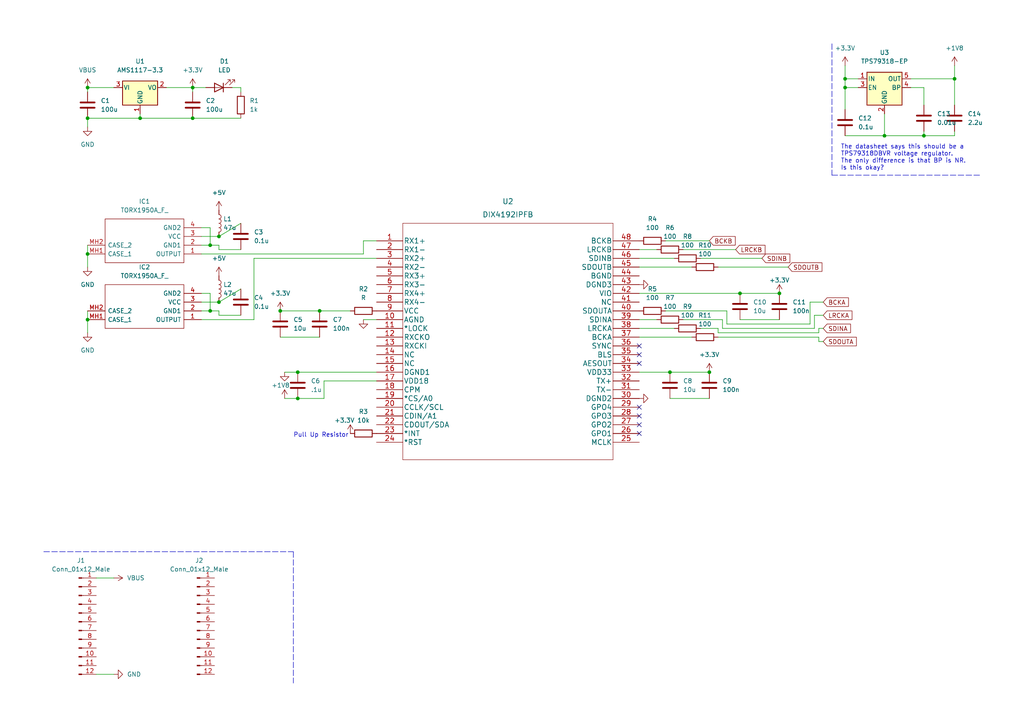
<source format=kicad_sch>
(kicad_sch (version 20211123) (generator eeschema)

  (uuid 50f87341-735d-4762-9c9c-d78de0e91752)

  (paper "A4")

  (lib_symbols
    (symbol "Connector:Conn_01x12_Male" (pin_names (offset 1.016) hide) (in_bom yes) (on_board yes)
      (property "Reference" "J" (id 0) (at 0 15.24 0)
        (effects (font (size 1.27 1.27)))
      )
      (property "Value" "Conn_01x12_Male" (id 1) (at 0 -17.78 0)
        (effects (font (size 1.27 1.27)))
      )
      (property "Footprint" "" (id 2) (at 0 0 0)
        (effects (font (size 1.27 1.27)) hide)
      )
      (property "Datasheet" "~" (id 3) (at 0 0 0)
        (effects (font (size 1.27 1.27)) hide)
      )
      (property "ki_keywords" "connector" (id 4) (at 0 0 0)
        (effects (font (size 1.27 1.27)) hide)
      )
      (property "ki_description" "Generic connector, single row, 01x12, script generated (kicad-library-utils/schlib/autogen/connector/)" (id 5) (at 0 0 0)
        (effects (font (size 1.27 1.27)) hide)
      )
      (property "ki_fp_filters" "Connector*:*_1x??_*" (id 6) (at 0 0 0)
        (effects (font (size 1.27 1.27)) hide)
      )
      (symbol "Conn_01x12_Male_1_1"
        (polyline
          (pts
            (xy 1.27 -15.24)
            (xy 0.8636 -15.24)
          )
          (stroke (width 0.1524) (type default) (color 0 0 0 0))
          (fill (type none))
        )
        (polyline
          (pts
            (xy 1.27 -12.7)
            (xy 0.8636 -12.7)
          )
          (stroke (width 0.1524) (type default) (color 0 0 0 0))
          (fill (type none))
        )
        (polyline
          (pts
            (xy 1.27 -10.16)
            (xy 0.8636 -10.16)
          )
          (stroke (width 0.1524) (type default) (color 0 0 0 0))
          (fill (type none))
        )
        (polyline
          (pts
            (xy 1.27 -7.62)
            (xy 0.8636 -7.62)
          )
          (stroke (width 0.1524) (type default) (color 0 0 0 0))
          (fill (type none))
        )
        (polyline
          (pts
            (xy 1.27 -5.08)
            (xy 0.8636 -5.08)
          )
          (stroke (width 0.1524) (type default) (color 0 0 0 0))
          (fill (type none))
        )
        (polyline
          (pts
            (xy 1.27 -2.54)
            (xy 0.8636 -2.54)
          )
          (stroke (width 0.1524) (type default) (color 0 0 0 0))
          (fill (type none))
        )
        (polyline
          (pts
            (xy 1.27 0)
            (xy 0.8636 0)
          )
          (stroke (width 0.1524) (type default) (color 0 0 0 0))
          (fill (type none))
        )
        (polyline
          (pts
            (xy 1.27 2.54)
            (xy 0.8636 2.54)
          )
          (stroke (width 0.1524) (type default) (color 0 0 0 0))
          (fill (type none))
        )
        (polyline
          (pts
            (xy 1.27 5.08)
            (xy 0.8636 5.08)
          )
          (stroke (width 0.1524) (type default) (color 0 0 0 0))
          (fill (type none))
        )
        (polyline
          (pts
            (xy 1.27 7.62)
            (xy 0.8636 7.62)
          )
          (stroke (width 0.1524) (type default) (color 0 0 0 0))
          (fill (type none))
        )
        (polyline
          (pts
            (xy 1.27 10.16)
            (xy 0.8636 10.16)
          )
          (stroke (width 0.1524) (type default) (color 0 0 0 0))
          (fill (type none))
        )
        (polyline
          (pts
            (xy 1.27 12.7)
            (xy 0.8636 12.7)
          )
          (stroke (width 0.1524) (type default) (color 0 0 0 0))
          (fill (type none))
        )
        (rectangle (start 0.8636 -15.113) (end 0 -15.367)
          (stroke (width 0.1524) (type default) (color 0 0 0 0))
          (fill (type outline))
        )
        (rectangle (start 0.8636 -12.573) (end 0 -12.827)
          (stroke (width 0.1524) (type default) (color 0 0 0 0))
          (fill (type outline))
        )
        (rectangle (start 0.8636 -10.033) (end 0 -10.287)
          (stroke (width 0.1524) (type default) (color 0 0 0 0))
          (fill (type outline))
        )
        (rectangle (start 0.8636 -7.493) (end 0 -7.747)
          (stroke (width 0.1524) (type default) (color 0 0 0 0))
          (fill (type outline))
        )
        (rectangle (start 0.8636 -4.953) (end 0 -5.207)
          (stroke (width 0.1524) (type default) (color 0 0 0 0))
          (fill (type outline))
        )
        (rectangle (start 0.8636 -2.413) (end 0 -2.667)
          (stroke (width 0.1524) (type default) (color 0 0 0 0))
          (fill (type outline))
        )
        (rectangle (start 0.8636 0.127) (end 0 -0.127)
          (stroke (width 0.1524) (type default) (color 0 0 0 0))
          (fill (type outline))
        )
        (rectangle (start 0.8636 2.667) (end 0 2.413)
          (stroke (width 0.1524) (type default) (color 0 0 0 0))
          (fill (type outline))
        )
        (rectangle (start 0.8636 5.207) (end 0 4.953)
          (stroke (width 0.1524) (type default) (color 0 0 0 0))
          (fill (type outline))
        )
        (rectangle (start 0.8636 7.747) (end 0 7.493)
          (stroke (width 0.1524) (type default) (color 0 0 0 0))
          (fill (type outline))
        )
        (rectangle (start 0.8636 10.287) (end 0 10.033)
          (stroke (width 0.1524) (type default) (color 0 0 0 0))
          (fill (type outline))
        )
        (rectangle (start 0.8636 12.827) (end 0 12.573)
          (stroke (width 0.1524) (type default) (color 0 0 0 0))
          (fill (type outline))
        )
        (pin passive line (at 5.08 12.7 180) (length 3.81)
          (name "Pin_1" (effects (font (size 1.27 1.27))))
          (number "1" (effects (font (size 1.27 1.27))))
        )
        (pin passive line (at 5.08 -10.16 180) (length 3.81)
          (name "Pin_10" (effects (font (size 1.27 1.27))))
          (number "10" (effects (font (size 1.27 1.27))))
        )
        (pin passive line (at 5.08 -12.7 180) (length 3.81)
          (name "Pin_11" (effects (font (size 1.27 1.27))))
          (number "11" (effects (font (size 1.27 1.27))))
        )
        (pin passive line (at 5.08 -15.24 180) (length 3.81)
          (name "Pin_12" (effects (font (size 1.27 1.27))))
          (number "12" (effects (font (size 1.27 1.27))))
        )
        (pin passive line (at 5.08 10.16 180) (length 3.81)
          (name "Pin_2" (effects (font (size 1.27 1.27))))
          (number "2" (effects (font (size 1.27 1.27))))
        )
        (pin passive line (at 5.08 7.62 180) (length 3.81)
          (name "Pin_3" (effects (font (size 1.27 1.27))))
          (number "3" (effects (font (size 1.27 1.27))))
        )
        (pin passive line (at 5.08 5.08 180) (length 3.81)
          (name "Pin_4" (effects (font (size 1.27 1.27))))
          (number "4" (effects (font (size 1.27 1.27))))
        )
        (pin passive line (at 5.08 2.54 180) (length 3.81)
          (name "Pin_5" (effects (font (size 1.27 1.27))))
          (number "5" (effects (font (size 1.27 1.27))))
        )
        (pin passive line (at 5.08 0 180) (length 3.81)
          (name "Pin_6" (effects (font (size 1.27 1.27))))
          (number "6" (effects (font (size 1.27 1.27))))
        )
        (pin passive line (at 5.08 -2.54 180) (length 3.81)
          (name "Pin_7" (effects (font (size 1.27 1.27))))
          (number "7" (effects (font (size 1.27 1.27))))
        )
        (pin passive line (at 5.08 -5.08 180) (length 3.81)
          (name "Pin_8" (effects (font (size 1.27 1.27))))
          (number "8" (effects (font (size 1.27 1.27))))
        )
        (pin passive line (at 5.08 -7.62 180) (length 3.81)
          (name "Pin_9" (effects (font (size 1.27 1.27))))
          (number "9" (effects (font (size 1.27 1.27))))
        )
      )
    )
    (symbol "DIX Chip:DIX4192IPFB" (pin_names (offset 0.254)) (in_bom yes) (on_board yes)
      (property "Reference" "U" (id 0) (at 38.1 10.16 0)
        (effects (font (size 1.524 1.524)))
      )
      (property "Value" "DIX4192IPFB" (id 1) (at 38.1 7.62 0)
        (effects (font (size 1.524 1.524)))
      )
      (property "Footprint" "PFB48" (id 2) (at 38.1 6.096 0)
        (effects (font (size 1.524 1.524)) hide)
      )
      (property "Datasheet" "" (id 3) (at 0 0 0)
        (effects (font (size 1.524 1.524)))
      )
      (property "ki_locked" "" (id 4) (at 0 0 0)
        (effects (font (size 1.27 1.27)))
      )
      (property "ki_fp_filters" "PFB48 PFB48-M PFB48-L" (id 5) (at 0 0 0)
        (effects (font (size 1.27 1.27)) hide)
      )
      (symbol "DIX4192IPFB_1_1"
        (polyline
          (pts
            (xy 7.62 -63.5)
            (xy 68.58 -63.5)
          )
          (stroke (width 0.127) (type default) (color 0 0 0 0))
          (fill (type none))
        )
        (polyline
          (pts
            (xy 7.62 5.08)
            (xy 7.62 -63.5)
          )
          (stroke (width 0.127) (type default) (color 0 0 0 0))
          (fill (type none))
        )
        (polyline
          (pts
            (xy 68.58 -63.5)
            (xy 68.58 5.08)
          )
          (stroke (width 0.127) (type default) (color 0 0 0 0))
          (fill (type none))
        )
        (polyline
          (pts
            (xy 68.58 5.08)
            (xy 7.62 5.08)
          )
          (stroke (width 0.127) (type default) (color 0 0 0 0))
          (fill (type none))
        )
        (pin input line (at 0 0 0) (length 7.62)
          (name "RX1+" (effects (font (size 1.4986 1.4986))))
          (number "1" (effects (font (size 1.4986 1.4986))))
        )
        (pin power_in line (at 0 -22.86 0) (length 7.62)
          (name "AGND" (effects (font (size 1.4986 1.4986))))
          (number "10" (effects (font (size 1.4986 1.4986))))
        )
        (pin output line (at 0 -25.4 0) (length 7.62)
          (name "*LOCK" (effects (font (size 1.4986 1.4986))))
          (number "11" (effects (font (size 1.4986 1.4986))))
        )
        (pin output line (at 0 -27.94 0) (length 7.62)
          (name "RXCKO" (effects (font (size 1.4986 1.4986))))
          (number "12" (effects (font (size 1.4986 1.4986))))
        )
        (pin input line (at 0 -30.48 0) (length 7.62)
          (name "RXCKI" (effects (font (size 1.4986 1.4986))))
          (number "13" (effects (font (size 1.4986 1.4986))))
        )
        (pin unspecified line (at 0 -33.02 0) (length 7.62)
          (name "NC" (effects (font (size 1.4986 1.4986))))
          (number "14" (effects (font (size 1.4986 1.4986))))
        )
        (pin unspecified line (at 0 -35.56 0) (length 7.62)
          (name "NC" (effects (font (size 1.4986 1.4986))))
          (number "15" (effects (font (size 1.4986 1.4986))))
        )
        (pin power_in line (at 0 -38.1 0) (length 7.62)
          (name "DGND1" (effects (font (size 1.4986 1.4986))))
          (number "16" (effects (font (size 1.4986 1.4986))))
        )
        (pin power_in line (at 0 -40.64 0) (length 7.62)
          (name "VDD18" (effects (font (size 1.4986 1.4986))))
          (number "17" (effects (font (size 1.4986 1.4986))))
        )
        (pin input line (at 0 -43.18 0) (length 7.62)
          (name "CPM" (effects (font (size 1.4986 1.4986))))
          (number "18" (effects (font (size 1.4986 1.4986))))
        )
        (pin input line (at 0 -45.72 0) (length 7.62)
          (name "*CS/A0" (effects (font (size 1.4986 1.4986))))
          (number "19" (effects (font (size 1.4986 1.4986))))
        )
        (pin input line (at 0 -2.54 0) (length 7.62)
          (name "RX1-" (effects (font (size 1.4986 1.4986))))
          (number "2" (effects (font (size 1.4986 1.4986))))
        )
        (pin input line (at 0 -48.26 0) (length 7.62)
          (name "CCLK/SCL" (effects (font (size 1.4986 1.4986))))
          (number "20" (effects (font (size 1.4986 1.4986))))
        )
        (pin input line (at 0 -50.8 0) (length 7.62)
          (name "CDIN/A1" (effects (font (size 1.4986 1.4986))))
          (number "21" (effects (font (size 1.4986 1.4986))))
        )
        (pin bidirectional line (at 0 -53.34 0) (length 7.62)
          (name "CDOUT/SDA" (effects (font (size 1.4986 1.4986))))
          (number "22" (effects (font (size 1.4986 1.4986))))
        )
        (pin output line (at 0 -55.88 0) (length 7.62)
          (name "*INT" (effects (font (size 1.4986 1.4986))))
          (number "23" (effects (font (size 1.4986 1.4986))))
        )
        (pin input line (at 0 -58.42 0) (length 7.62)
          (name "*RST" (effects (font (size 1.4986 1.4986))))
          (number "24" (effects (font (size 1.4986 1.4986))))
        )
        (pin input line (at 76.2 -58.42 180) (length 7.62)
          (name "MCLK" (effects (font (size 1.4986 1.4986))))
          (number "25" (effects (font (size 1.4986 1.4986))))
        )
        (pin output line (at 76.2 -55.88 180) (length 7.62)
          (name "GPO1" (effects (font (size 1.4986 1.4986))))
          (number "26" (effects (font (size 1.4986 1.4986))))
        )
        (pin output line (at 76.2 -53.34 180) (length 7.62)
          (name "GPO2" (effects (font (size 1.4986 1.4986))))
          (number "27" (effects (font (size 1.4986 1.4986))))
        )
        (pin output line (at 76.2 -50.8 180) (length 7.62)
          (name "GPO3" (effects (font (size 1.4986 1.4986))))
          (number "28" (effects (font (size 1.4986 1.4986))))
        )
        (pin output line (at 76.2 -48.26 180) (length 7.62)
          (name "GPO4" (effects (font (size 1.4986 1.4986))))
          (number "29" (effects (font (size 1.4986 1.4986))))
        )
        (pin input line (at 0 -5.08 0) (length 7.62)
          (name "RX2+" (effects (font (size 1.4986 1.4986))))
          (number "3" (effects (font (size 1.4986 1.4986))))
        )
        (pin power_in line (at 76.2 -45.72 180) (length 7.62)
          (name "DGND2" (effects (font (size 1.4986 1.4986))))
          (number "30" (effects (font (size 1.4986 1.4986))))
        )
        (pin output line (at 76.2 -43.18 180) (length 7.62)
          (name "TX-" (effects (font (size 1.4986 1.4986))))
          (number "31" (effects (font (size 1.4986 1.4986))))
        )
        (pin output line (at 76.2 -40.64 180) (length 7.62)
          (name "TX+" (effects (font (size 1.4986 1.4986))))
          (number "32" (effects (font (size 1.4986 1.4986))))
        )
        (pin power_in line (at 76.2 -38.1 180) (length 7.62)
          (name "VDD33" (effects (font (size 1.4986 1.4986))))
          (number "33" (effects (font (size 1.4986 1.4986))))
        )
        (pin output line (at 76.2 -35.56 180) (length 7.62)
          (name "AESOUT" (effects (font (size 1.4986 1.4986))))
          (number "34" (effects (font (size 1.4986 1.4986))))
        )
        (pin bidirectional line (at 76.2 -33.02 180) (length 7.62)
          (name "BLS" (effects (font (size 1.4986 1.4986))))
          (number "35" (effects (font (size 1.4986 1.4986))))
        )
        (pin output line (at 76.2 -30.48 180) (length 7.62)
          (name "SYNC" (effects (font (size 1.4986 1.4986))))
          (number "36" (effects (font (size 1.4986 1.4986))))
        )
        (pin bidirectional line (at 76.2 -27.94 180) (length 7.62)
          (name "BCKA" (effects (font (size 1.4986 1.4986))))
          (number "37" (effects (font (size 1.4986 1.4986))))
        )
        (pin bidirectional line (at 76.2 -25.4 180) (length 7.62)
          (name "LRCKA" (effects (font (size 1.4986 1.4986))))
          (number "38" (effects (font (size 1.4986 1.4986))))
        )
        (pin input line (at 76.2 -22.86 180) (length 7.62)
          (name "SDINA" (effects (font (size 1.4986 1.4986))))
          (number "39" (effects (font (size 1.4986 1.4986))))
        )
        (pin input line (at 0 -7.62 0) (length 7.62)
          (name "RX2-" (effects (font (size 1.4986 1.4986))))
          (number "4" (effects (font (size 1.4986 1.4986))))
        )
        (pin output line (at 76.2 -20.32 180) (length 7.62)
          (name "SDOUTA" (effects (font (size 1.4986 1.4986))))
          (number "40" (effects (font (size 1.4986 1.4986))))
        )
        (pin unspecified line (at 76.2 -17.78 180) (length 7.62)
          (name "NC" (effects (font (size 1.4986 1.4986))))
          (number "41" (effects (font (size 1.4986 1.4986))))
        )
        (pin power_in line (at 76.2 -15.24 180) (length 7.62)
          (name "VIO" (effects (font (size 1.4986 1.4986))))
          (number "42" (effects (font (size 1.4986 1.4986))))
        )
        (pin power_in line (at 76.2 -12.7 180) (length 7.62)
          (name "DGND3" (effects (font (size 1.4986 1.4986))))
          (number "43" (effects (font (size 1.4986 1.4986))))
        )
        (pin power_in line (at 76.2 -10.16 180) (length 7.62)
          (name "BGND" (effects (font (size 1.4986 1.4986))))
          (number "44" (effects (font (size 1.4986 1.4986))))
        )
        (pin output line (at 76.2 -7.62 180) (length 7.62)
          (name "SDOUTB" (effects (font (size 1.4986 1.4986))))
          (number "45" (effects (font (size 1.4986 1.4986))))
        )
        (pin input line (at 76.2 -5.08 180) (length 7.62)
          (name "SDINB" (effects (font (size 1.4986 1.4986))))
          (number "46" (effects (font (size 1.4986 1.4986))))
        )
        (pin bidirectional line (at 76.2 -2.54 180) (length 7.62)
          (name "LRCKB" (effects (font (size 1.4986 1.4986))))
          (number "47" (effects (font (size 1.4986 1.4986))))
        )
        (pin bidirectional line (at 76.2 0 180) (length 7.62)
          (name "BCKB" (effects (font (size 1.4986 1.4986))))
          (number "48" (effects (font (size 1.4986 1.4986))))
        )
        (pin input line (at 0 -10.16 0) (length 7.62)
          (name "RX3+" (effects (font (size 1.4986 1.4986))))
          (number "5" (effects (font (size 1.4986 1.4986))))
        )
        (pin input line (at 0 -12.7 0) (length 7.62)
          (name "RX3-" (effects (font (size 1.4986 1.4986))))
          (number "6" (effects (font (size 1.4986 1.4986))))
        )
        (pin input line (at 0 -15.24 0) (length 7.62)
          (name "RX4+" (effects (font (size 1.4986 1.4986))))
          (number "7" (effects (font (size 1.4986 1.4986))))
        )
        (pin input line (at 0 -17.78 0) (length 7.62)
          (name "RX4-" (effects (font (size 1.4986 1.4986))))
          (number "8" (effects (font (size 1.4986 1.4986))))
        )
        (pin power_in line (at 0 -20.32 0) (length 7.62)
          (name "VCC" (effects (font (size 1.4986 1.4986))))
          (number "9" (effects (font (size 1.4986 1.4986))))
        )
      )
    )
    (symbol "Device:C" (pin_numbers hide) (pin_names (offset 0.254)) (in_bom yes) (on_board yes)
      (property "Reference" "C" (id 0) (at 0.635 2.54 0)
        (effects (font (size 1.27 1.27)) (justify left))
      )
      (property "Value" "C" (id 1) (at 0.635 -2.54 0)
        (effects (font (size 1.27 1.27)) (justify left))
      )
      (property "Footprint" "" (id 2) (at 0.9652 -3.81 0)
        (effects (font (size 1.27 1.27)) hide)
      )
      (property "Datasheet" "~" (id 3) (at 0 0 0)
        (effects (font (size 1.27 1.27)) hide)
      )
      (property "ki_keywords" "cap capacitor" (id 4) (at 0 0 0)
        (effects (font (size 1.27 1.27)) hide)
      )
      (property "ki_description" "Unpolarized capacitor" (id 5) (at 0 0 0)
        (effects (font (size 1.27 1.27)) hide)
      )
      (property "ki_fp_filters" "C_*" (id 6) (at 0 0 0)
        (effects (font (size 1.27 1.27)) hide)
      )
      (symbol "C_0_1"
        (polyline
          (pts
            (xy -2.032 -0.762)
            (xy 2.032 -0.762)
          )
          (stroke (width 0.508) (type default) (color 0 0 0 0))
          (fill (type none))
        )
        (polyline
          (pts
            (xy -2.032 0.762)
            (xy 2.032 0.762)
          )
          (stroke (width 0.508) (type default) (color 0 0 0 0))
          (fill (type none))
        )
      )
      (symbol "C_1_1"
        (pin passive line (at 0 3.81 270) (length 2.794)
          (name "~" (effects (font (size 1.27 1.27))))
          (number "1" (effects (font (size 1.27 1.27))))
        )
        (pin passive line (at 0 -3.81 90) (length 2.794)
          (name "~" (effects (font (size 1.27 1.27))))
          (number "2" (effects (font (size 1.27 1.27))))
        )
      )
    )
    (symbol "Device:L" (pin_numbers hide) (pin_names (offset 1.016) hide) (in_bom yes) (on_board yes)
      (property "Reference" "L" (id 0) (at -1.27 0 90)
        (effects (font (size 1.27 1.27)))
      )
      (property "Value" "L" (id 1) (at 1.905 0 90)
        (effects (font (size 1.27 1.27)))
      )
      (property "Footprint" "" (id 2) (at 0 0 0)
        (effects (font (size 1.27 1.27)) hide)
      )
      (property "Datasheet" "~" (id 3) (at 0 0 0)
        (effects (font (size 1.27 1.27)) hide)
      )
      (property "ki_keywords" "inductor choke coil reactor magnetic" (id 4) (at 0 0 0)
        (effects (font (size 1.27 1.27)) hide)
      )
      (property "ki_description" "Inductor" (id 5) (at 0 0 0)
        (effects (font (size 1.27 1.27)) hide)
      )
      (property "ki_fp_filters" "Choke_* *Coil* Inductor_* L_*" (id 6) (at 0 0 0)
        (effects (font (size 1.27 1.27)) hide)
      )
      (symbol "L_0_1"
        (arc (start 0 -2.54) (mid 0.635 -1.905) (end 0 -1.27)
          (stroke (width 0) (type default) (color 0 0 0 0))
          (fill (type none))
        )
        (arc (start 0 -1.27) (mid 0.635 -0.635) (end 0 0)
          (stroke (width 0) (type default) (color 0 0 0 0))
          (fill (type none))
        )
        (arc (start 0 0) (mid 0.635 0.635) (end 0 1.27)
          (stroke (width 0) (type default) (color 0 0 0 0))
          (fill (type none))
        )
        (arc (start 0 1.27) (mid 0.635 1.905) (end 0 2.54)
          (stroke (width 0) (type default) (color 0 0 0 0))
          (fill (type none))
        )
      )
      (symbol "L_1_1"
        (pin passive line (at 0 3.81 270) (length 1.27)
          (name "1" (effects (font (size 1.27 1.27))))
          (number "1" (effects (font (size 1.27 1.27))))
        )
        (pin passive line (at 0 -3.81 90) (length 1.27)
          (name "2" (effects (font (size 1.27 1.27))))
          (number "2" (effects (font (size 1.27 1.27))))
        )
      )
    )
    (symbol "Device:LED" (pin_numbers hide) (pin_names (offset 1.016) hide) (in_bom yes) (on_board yes)
      (property "Reference" "D" (id 0) (at 0 2.54 0)
        (effects (font (size 1.27 1.27)))
      )
      (property "Value" "LED" (id 1) (at 0 -2.54 0)
        (effects (font (size 1.27 1.27)))
      )
      (property "Footprint" "" (id 2) (at 0 0 0)
        (effects (font (size 1.27 1.27)) hide)
      )
      (property "Datasheet" "~" (id 3) (at 0 0 0)
        (effects (font (size 1.27 1.27)) hide)
      )
      (property "ki_keywords" "LED diode" (id 4) (at 0 0 0)
        (effects (font (size 1.27 1.27)) hide)
      )
      (property "ki_description" "Light emitting diode" (id 5) (at 0 0 0)
        (effects (font (size 1.27 1.27)) hide)
      )
      (property "ki_fp_filters" "LED* LED_SMD:* LED_THT:*" (id 6) (at 0 0 0)
        (effects (font (size 1.27 1.27)) hide)
      )
      (symbol "LED_0_1"
        (polyline
          (pts
            (xy -1.27 -1.27)
            (xy -1.27 1.27)
          )
          (stroke (width 0.254) (type default) (color 0 0 0 0))
          (fill (type none))
        )
        (polyline
          (pts
            (xy -1.27 0)
            (xy 1.27 0)
          )
          (stroke (width 0) (type default) (color 0 0 0 0))
          (fill (type none))
        )
        (polyline
          (pts
            (xy 1.27 -1.27)
            (xy 1.27 1.27)
            (xy -1.27 0)
            (xy 1.27 -1.27)
          )
          (stroke (width 0.254) (type default) (color 0 0 0 0))
          (fill (type none))
        )
        (polyline
          (pts
            (xy -3.048 -0.762)
            (xy -4.572 -2.286)
            (xy -3.81 -2.286)
            (xy -4.572 -2.286)
            (xy -4.572 -1.524)
          )
          (stroke (width 0) (type default) (color 0 0 0 0))
          (fill (type none))
        )
        (polyline
          (pts
            (xy -1.778 -0.762)
            (xy -3.302 -2.286)
            (xy -2.54 -2.286)
            (xy -3.302 -2.286)
            (xy -3.302 -1.524)
          )
          (stroke (width 0) (type default) (color 0 0 0 0))
          (fill (type none))
        )
      )
      (symbol "LED_1_1"
        (pin passive line (at -3.81 0 0) (length 2.54)
          (name "K" (effects (font (size 1.27 1.27))))
          (number "1" (effects (font (size 1.27 1.27))))
        )
        (pin passive line (at 3.81 0 180) (length 2.54)
          (name "A" (effects (font (size 1.27 1.27))))
          (number "2" (effects (font (size 1.27 1.27))))
        )
      )
    )
    (symbol "Device:R" (pin_numbers hide) (pin_names (offset 0)) (in_bom yes) (on_board yes)
      (property "Reference" "R" (id 0) (at 2.032 0 90)
        (effects (font (size 1.27 1.27)))
      )
      (property "Value" "R" (id 1) (at 0 0 90)
        (effects (font (size 1.27 1.27)))
      )
      (property "Footprint" "" (id 2) (at -1.778 0 90)
        (effects (font (size 1.27 1.27)) hide)
      )
      (property "Datasheet" "~" (id 3) (at 0 0 0)
        (effects (font (size 1.27 1.27)) hide)
      )
      (property "ki_keywords" "R res resistor" (id 4) (at 0 0 0)
        (effects (font (size 1.27 1.27)) hide)
      )
      (property "ki_description" "Resistor" (id 5) (at 0 0 0)
        (effects (font (size 1.27 1.27)) hide)
      )
      (property "ki_fp_filters" "R_*" (id 6) (at 0 0 0)
        (effects (font (size 1.27 1.27)) hide)
      )
      (symbol "R_0_1"
        (rectangle (start -1.016 -2.54) (end 1.016 2.54)
          (stroke (width 0.254) (type default) (color 0 0 0 0))
          (fill (type none))
        )
      )
      (symbol "R_1_1"
        (pin passive line (at 0 3.81 270) (length 1.27)
          (name "~" (effects (font (size 1.27 1.27))))
          (number "1" (effects (font (size 1.27 1.27))))
        )
        (pin passive line (at 0 -3.81 90) (length 1.27)
          (name "~" (effects (font (size 1.27 1.27))))
          (number "2" (effects (font (size 1.27 1.27))))
        )
      )
    )
    (symbol "Regulator_Linear:AMS1117-3.3" (pin_names (offset 0.254)) (in_bom yes) (on_board yes)
      (property "Reference" "U" (id 0) (at -3.81 3.175 0)
        (effects (font (size 1.27 1.27)))
      )
      (property "Value" "AMS1117-3.3" (id 1) (at 0 3.175 0)
        (effects (font (size 1.27 1.27)) (justify left))
      )
      (property "Footprint" "Package_TO_SOT_SMD:SOT-223-3_TabPin2" (id 2) (at 0 5.08 0)
        (effects (font (size 1.27 1.27)) hide)
      )
      (property "Datasheet" "http://www.advanced-monolithic.com/pdf/ds1117.pdf" (id 3) (at 2.54 -6.35 0)
        (effects (font (size 1.27 1.27)) hide)
      )
      (property "ki_keywords" "linear regulator ldo fixed positive" (id 4) (at 0 0 0)
        (effects (font (size 1.27 1.27)) hide)
      )
      (property "ki_description" "1A Low Dropout regulator, positive, 3.3V fixed output, SOT-223" (id 5) (at 0 0 0)
        (effects (font (size 1.27 1.27)) hide)
      )
      (property "ki_fp_filters" "SOT?223*TabPin2*" (id 6) (at 0 0 0)
        (effects (font (size 1.27 1.27)) hide)
      )
      (symbol "AMS1117-3.3_0_1"
        (rectangle (start -5.08 -5.08) (end 5.08 1.905)
          (stroke (width 0.254) (type default) (color 0 0 0 0))
          (fill (type background))
        )
      )
      (symbol "AMS1117-3.3_1_1"
        (pin power_in line (at 0 -7.62 90) (length 2.54)
          (name "GND" (effects (font (size 1.27 1.27))))
          (number "1" (effects (font (size 1.27 1.27))))
        )
        (pin power_out line (at 7.62 0 180) (length 2.54)
          (name "VO" (effects (font (size 1.27 1.27))))
          (number "2" (effects (font (size 1.27 1.27))))
        )
        (pin power_in line (at -7.62 0 0) (length 2.54)
          (name "VI" (effects (font (size 1.27 1.27))))
          (number "3" (effects (font (size 1.27 1.27))))
        )
      )
    )
    (symbol "Regulator_Linear:TPS79318-EP" (pin_names (offset 0.254)) (in_bom yes) (on_board yes)
      (property "Reference" "U" (id 0) (at -3.81 5.715 0)
        (effects (font (size 1.27 1.27)))
      )
      (property "Value" "TPS79318-EP" (id 1) (at 0 5.715 0)
        (effects (font (size 1.27 1.27)) (justify left))
      )
      (property "Footprint" "Package_TO_SOT_SMD:SOT-23-5" (id 2) (at 0 8.255 0)
        (effects (font (size 1.27 1.27) italic) hide)
      )
      (property "Datasheet" "http://www.ti.com/lit/ds/symlink/tps79333-ep.pdf" (id 3) (at 0 1.27 0)
        (effects (font (size 1.27 1.27)) hide)
      )
      (property "ki_keywords" "LDO Voltage Regulator 200mA" (id 4) (at 0 0 0)
        (effects (font (size 1.27 1.27)) hide)
      )
      (property "ki_description" "200mA UltraLow-Noise, High-Precision, Fast RF, Low Drop-out Voltage Regulator, Fixed Output 1.8V, SOT-23" (id 5) (at 0 0 0)
        (effects (font (size 1.27 1.27)) hide)
      )
      (property "ki_fp_filters" "SOT?23*" (id 6) (at 0 0 0)
        (effects (font (size 1.27 1.27)) hide)
      )
      (symbol "TPS79318-EP_1_1"
        (rectangle (start 5.08 -5.08) (end -5.08 4.445)
          (stroke (width 0.254) (type default) (color 0 0 0 0))
          (fill (type background))
        )
        (pin power_in line (at -7.62 2.54 0) (length 2.54)
          (name "IN" (effects (font (size 1.27 1.27))))
          (number "1" (effects (font (size 1.27 1.27))))
        )
        (pin power_in line (at 0 -7.62 90) (length 2.54)
          (name "GND" (effects (font (size 1.27 1.27))))
          (number "2" (effects (font (size 1.27 1.27))))
        )
        (pin input line (at -7.62 0 0) (length 2.54)
          (name "EN" (effects (font (size 1.27 1.27))))
          (number "3" (effects (font (size 1.27 1.27))))
        )
        (pin bidirectional line (at 7.62 0 180) (length 2.54)
          (name "BP" (effects (font (size 1.27 1.27))))
          (number "4" (effects (font (size 1.27 1.27))))
        )
        (pin power_out line (at 7.62 2.54 180) (length 2.54)
          (name "OUT" (effects (font (size 1.27 1.27))))
          (number "5" (effects (font (size 1.27 1.27))))
        )
      )
    )
    (symbol "TORX1950A_F_:TORX1950A_F_" (pin_names (offset 0.762)) (in_bom yes) (on_board yes)
      (property "Reference" "IC" (id 0) (at 29.21 7.62 0)
        (effects (font (size 1.27 1.27)) (justify left))
      )
      (property "Value" "TORX1950A_F_" (id 1) (at 29.21 5.08 0)
        (effects (font (size 1.27 1.27)) (justify left))
      )
      (property "Footprint" "TORX1950AF" (id 2) (at 29.21 2.54 0)
        (effects (font (size 1.27 1.27)) (justify left) hide)
      )
      (property "Datasheet" "" (id 3) (at 29.21 0 0)
        (effects (font (size 1.27 1.27)) (justify left) hide)
      )
      (property "Description" "Optical Receiver 10Mbps Single 50m 6-Pin )" (id 4) (at 29.21 -2.54 0)
        (effects (font (size 1.27 1.27)) (justify left) hide)
      )
      (property "Height" "8.8" (id 5) (at 29.21 -5.08 0)
        (effects (font (size 1.27 1.27)) (justify left) hide)
      )
      (property "Mouser Part Number" "71-TORX1950A(F)" (id 6) (at 29.21 -7.62 0)
        (effects (font (size 1.27 1.27)) (justify left) hide)
      )
      (property "Mouser Price/Stock" "https://www.mouser.co.uk/ProductDetail/Toshiba/TORX1950AF?qs=gev7jUp%252BQ%252BhPDbv%252Bwuk0PA%3D%3D" (id 7) (at 29.21 -10.16 0)
        (effects (font (size 1.27 1.27)) (justify left) hide)
      )
      (property "Manufacturer_Name" "Toshiba" (id 8) (at 29.21 -12.7 0)
        (effects (font (size 1.27 1.27)) (justify left) hide)
      )
      (property "Manufacturer_Part_Number" "TORX1950A(F)" (id 9) (at 29.21 -15.24 0)
        (effects (font (size 1.27 1.27)) (justify left) hide)
      )
      (property "ki_description" "Optical Receiver 10Mbps Single 50m 6-Pin )" (id 10) (at 0 0 0)
        (effects (font (size 1.27 1.27)) hide)
      )
      (symbol "TORX1950A_F__0_0"
        (pin passive line (at 0 0 0) (length 5.08)
          (name "OUTPUT" (effects (font (size 1.27 1.27))))
          (number "1" (effects (font (size 1.27 1.27))))
        )
        (pin passive line (at 0 -2.54 0) (length 5.08)
          (name "GND1" (effects (font (size 1.27 1.27))))
          (number "2" (effects (font (size 1.27 1.27))))
        )
        (pin passive line (at 0 -5.08 0) (length 5.08)
          (name "VCC" (effects (font (size 1.27 1.27))))
          (number "3" (effects (font (size 1.27 1.27))))
        )
        (pin passive line (at 0 -7.62 0) (length 5.08)
          (name "GND2" (effects (font (size 1.27 1.27))))
          (number "4" (effects (font (size 1.27 1.27))))
        )
        (pin passive line (at 33.02 0 180) (length 5.08)
          (name "CASE_1" (effects (font (size 1.27 1.27))))
          (number "MH1" (effects (font (size 1.27 1.27))))
        )
        (pin passive line (at 33.02 -2.54 180) (length 5.08)
          (name "CASE_2" (effects (font (size 1.27 1.27))))
          (number "MH2" (effects (font (size 1.27 1.27))))
        )
      )
      (symbol "TORX1950A_F__0_1"
        (polyline
          (pts
            (xy 5.08 2.54)
            (xy 27.94 2.54)
            (xy 27.94 -10.16)
            (xy 5.08 -10.16)
            (xy 5.08 2.54)
          )
          (stroke (width 0.1524) (type default) (color 0 0 0 0))
          (fill (type none))
        )
      )
    )
    (symbol "power:+1V8" (power) (pin_names (offset 0)) (in_bom yes) (on_board yes)
      (property "Reference" "#PWR" (id 0) (at 0 -3.81 0)
        (effects (font (size 1.27 1.27)) hide)
      )
      (property "Value" "+1V8" (id 1) (at 0 3.556 0)
        (effects (font (size 1.27 1.27)))
      )
      (property "Footprint" "" (id 2) (at 0 0 0)
        (effects (font (size 1.27 1.27)) hide)
      )
      (property "Datasheet" "" (id 3) (at 0 0 0)
        (effects (font (size 1.27 1.27)) hide)
      )
      (property "ki_keywords" "global power" (id 4) (at 0 0 0)
        (effects (font (size 1.27 1.27)) hide)
      )
      (property "ki_description" "Power symbol creates a global label with name \"+1V8\"" (id 5) (at 0 0 0)
        (effects (font (size 1.27 1.27)) hide)
      )
      (symbol "+1V8_0_1"
        (polyline
          (pts
            (xy -0.762 1.27)
            (xy 0 2.54)
          )
          (stroke (width 0) (type default) (color 0 0 0 0))
          (fill (type none))
        )
        (polyline
          (pts
            (xy 0 0)
            (xy 0 2.54)
          )
          (stroke (width 0) (type default) (color 0 0 0 0))
          (fill (type none))
        )
        (polyline
          (pts
            (xy 0 2.54)
            (xy 0.762 1.27)
          )
          (stroke (width 0) (type default) (color 0 0 0 0))
          (fill (type none))
        )
      )
      (symbol "+1V8_1_1"
        (pin power_in line (at 0 0 90) (length 0) hide
          (name "+1V8" (effects (font (size 1.27 1.27))))
          (number "1" (effects (font (size 1.27 1.27))))
        )
      )
    )
    (symbol "power:+3.3V" (power) (pin_names (offset 0)) (in_bom yes) (on_board yes)
      (property "Reference" "#PWR" (id 0) (at 0 -3.81 0)
        (effects (font (size 1.27 1.27)) hide)
      )
      (property "Value" "+3.3V" (id 1) (at 0 3.556 0)
        (effects (font (size 1.27 1.27)))
      )
      (property "Footprint" "" (id 2) (at 0 0 0)
        (effects (font (size 1.27 1.27)) hide)
      )
      (property "Datasheet" "" (id 3) (at 0 0 0)
        (effects (font (size 1.27 1.27)) hide)
      )
      (property "ki_keywords" "global power" (id 4) (at 0 0 0)
        (effects (font (size 1.27 1.27)) hide)
      )
      (property "ki_description" "Power symbol creates a global label with name \"+3.3V\"" (id 5) (at 0 0 0)
        (effects (font (size 1.27 1.27)) hide)
      )
      (symbol "+3.3V_0_1"
        (polyline
          (pts
            (xy -0.762 1.27)
            (xy 0 2.54)
          )
          (stroke (width 0) (type default) (color 0 0 0 0))
          (fill (type none))
        )
        (polyline
          (pts
            (xy 0 0)
            (xy 0 2.54)
          )
          (stroke (width 0) (type default) (color 0 0 0 0))
          (fill (type none))
        )
        (polyline
          (pts
            (xy 0 2.54)
            (xy 0.762 1.27)
          )
          (stroke (width 0) (type default) (color 0 0 0 0))
          (fill (type none))
        )
      )
      (symbol "+3.3V_1_1"
        (pin power_in line (at 0 0 90) (length 0) hide
          (name "+3.3V" (effects (font (size 1.27 1.27))))
          (number "1" (effects (font (size 1.27 1.27))))
        )
      )
    )
    (symbol "power:+5V" (power) (pin_names (offset 0)) (in_bom yes) (on_board yes)
      (property "Reference" "#PWR" (id 0) (at 0 -3.81 0)
        (effects (font (size 1.27 1.27)) hide)
      )
      (property "Value" "+5V" (id 1) (at 0 3.556 0)
        (effects (font (size 1.27 1.27)))
      )
      (property "Footprint" "" (id 2) (at 0 0 0)
        (effects (font (size 1.27 1.27)) hide)
      )
      (property "Datasheet" "" (id 3) (at 0 0 0)
        (effects (font (size 1.27 1.27)) hide)
      )
      (property "ki_keywords" "global power" (id 4) (at 0 0 0)
        (effects (font (size 1.27 1.27)) hide)
      )
      (property "ki_description" "Power symbol creates a global label with name \"+5V\"" (id 5) (at 0 0 0)
        (effects (font (size 1.27 1.27)) hide)
      )
      (symbol "+5V_0_1"
        (polyline
          (pts
            (xy -0.762 1.27)
            (xy 0 2.54)
          )
          (stroke (width 0) (type default) (color 0 0 0 0))
          (fill (type none))
        )
        (polyline
          (pts
            (xy 0 0)
            (xy 0 2.54)
          )
          (stroke (width 0) (type default) (color 0 0 0 0))
          (fill (type none))
        )
        (polyline
          (pts
            (xy 0 2.54)
            (xy 0.762 1.27)
          )
          (stroke (width 0) (type default) (color 0 0 0 0))
          (fill (type none))
        )
      )
      (symbol "+5V_1_1"
        (pin power_in line (at 0 0 90) (length 0) hide
          (name "+5V" (effects (font (size 1.27 1.27))))
          (number "1" (effects (font (size 1.27 1.27))))
        )
      )
    )
    (symbol "power:GND" (power) (pin_names (offset 0)) (in_bom yes) (on_board yes)
      (property "Reference" "#PWR" (id 0) (at 0 -6.35 0)
        (effects (font (size 1.27 1.27)) hide)
      )
      (property "Value" "GND" (id 1) (at 0 -3.81 0)
        (effects (font (size 1.27 1.27)))
      )
      (property "Footprint" "" (id 2) (at 0 0 0)
        (effects (font (size 1.27 1.27)) hide)
      )
      (property "Datasheet" "" (id 3) (at 0 0 0)
        (effects (font (size 1.27 1.27)) hide)
      )
      (property "ki_keywords" "global power" (id 4) (at 0 0 0)
        (effects (font (size 1.27 1.27)) hide)
      )
      (property "ki_description" "Power symbol creates a global label with name \"GND\" , ground" (id 5) (at 0 0 0)
        (effects (font (size 1.27 1.27)) hide)
      )
      (symbol "GND_0_1"
        (polyline
          (pts
            (xy 0 0)
            (xy 0 -1.27)
            (xy 1.27 -1.27)
            (xy 0 -2.54)
            (xy -1.27 -1.27)
            (xy 0 -1.27)
          )
          (stroke (width 0) (type default) (color 0 0 0 0))
          (fill (type none))
        )
      )
      (symbol "GND_1_1"
        (pin power_in line (at 0 0 270) (length 0) hide
          (name "GND" (effects (font (size 1.27 1.27))))
          (number "1" (effects (font (size 1.27 1.27))))
        )
      )
    )
    (symbol "power:VBUS" (power) (pin_names (offset 0)) (in_bom yes) (on_board yes)
      (property "Reference" "#PWR" (id 0) (at 0 -3.81 0)
        (effects (font (size 1.27 1.27)) hide)
      )
      (property "Value" "VBUS" (id 1) (at 0 3.81 0)
        (effects (font (size 1.27 1.27)))
      )
      (property "Footprint" "" (id 2) (at 0 0 0)
        (effects (font (size 1.27 1.27)) hide)
      )
      (property "Datasheet" "" (id 3) (at 0 0 0)
        (effects (font (size 1.27 1.27)) hide)
      )
      (property "ki_keywords" "global power" (id 4) (at 0 0 0)
        (effects (font (size 1.27 1.27)) hide)
      )
      (property "ki_description" "Power symbol creates a global label with name \"VBUS\"" (id 5) (at 0 0 0)
        (effects (font (size 1.27 1.27)) hide)
      )
      (symbol "VBUS_0_1"
        (polyline
          (pts
            (xy -0.762 1.27)
            (xy 0 2.54)
          )
          (stroke (width 0) (type default) (color 0 0 0 0))
          (fill (type none))
        )
        (polyline
          (pts
            (xy 0 0)
            (xy 0 2.54)
          )
          (stroke (width 0) (type default) (color 0 0 0 0))
          (fill (type none))
        )
        (polyline
          (pts
            (xy 0 2.54)
            (xy 0.762 1.27)
          )
          (stroke (width 0) (type default) (color 0 0 0 0))
          (fill (type none))
        )
      )
      (symbol "VBUS_1_1"
        (pin power_in line (at 0 0 90) (length 0) hide
          (name "VBUS" (effects (font (size 1.27 1.27))))
          (number "1" (effects (font (size 1.27 1.27))))
        )
      )
    )
  )


  (junction (at 86.36 115.57) (diameter 0) (color 0 0 0 0)
    (uuid 0300e2f7-f1e5-4da7-80c5-f196ba65617c)
  )
  (junction (at 205.74 107.95) (diameter 0) (color 0 0 0 0)
    (uuid 4445f9f4-8202-4d72-b015-cc1082ea82ae)
  )
  (junction (at 256.54 39.37) (diameter 0) (color 0 0 0 0)
    (uuid 49e32d21-0e74-4e64-b33b-206b2adac43e)
  )
  (junction (at 245.11 25.4) (diameter 0) (color 0 0 0 0)
    (uuid 5139c60a-904d-48f1-96f5-a4799b7426a7)
  )
  (junction (at 63.5 68.58) (diameter 0) (color 0 0 0 0)
    (uuid 5445b387-2fe2-4f5b-b0de-9f05f20aa6e2)
  )
  (junction (at 214.63 85.09) (diameter 0) (color 0 0 0 0)
    (uuid 653ad3dd-dbf9-4856-8194-3ab5ad9bc707)
  )
  (junction (at 276.86 22.86) (diameter 0) (color 0 0 0 0)
    (uuid 725722c9-5514-4a96-8ff8-a6a72acc00b6)
  )
  (junction (at 25.4 25.4) (diameter 0) (color 0 0 0 0)
    (uuid 72bb2284-0593-4182-8228-78d8ad5b60e7)
  )
  (junction (at 245.11 22.86) (diameter 0) (color 0 0 0 0)
    (uuid 78117a7c-9858-48d3-8822-3c386477dc3f)
  )
  (junction (at 60.96 71.12) (diameter 0) (color 0 0 0 0)
    (uuid 8330723e-0479-489e-9ee1-4bbc03acd552)
  )
  (junction (at 194.31 107.95) (diameter 0) (color 0 0 0 0)
    (uuid 85807bb0-a5e1-4b0e-8f13-a48338c47c79)
  )
  (junction (at 55.88 25.4) (diameter 0) (color 0 0 0 0)
    (uuid 9c0f07f9-6dd8-43d3-8dfc-19010d7d6272)
  )
  (junction (at 81.28 90.17) (diameter 0) (color 0 0 0 0)
    (uuid a2107a81-c2bf-47ab-9e6e-e38f03c6c79d)
  )
  (junction (at 55.88 34.29) (diameter 0) (color 0 0 0 0)
    (uuid ac1e5aa4-b6e7-438d-a42b-9e41a0e4d52d)
  )
  (junction (at 63.5 87.63) (diameter 0) (color 0 0 0 0)
    (uuid b4da4ad6-9fe1-4b9d-bf54-206fe7d1b131)
  )
  (junction (at 25.4 92.71) (diameter 0) (color 0 0 0 0)
    (uuid be3fae68-d2be-4c78-bee2-1ae33d8e875f)
  )
  (junction (at 86.36 107.95) (diameter 0) (color 0 0 0 0)
    (uuid c84be994-fcdf-4fde-8e99-05bdd738d664)
  )
  (junction (at 92.71 90.17) (diameter 0) (color 0 0 0 0)
    (uuid c87ce1d1-cc16-46f5-a051-ce9ae21776a6)
  )
  (junction (at 25.4 73.66) (diameter 0) (color 0 0 0 0)
    (uuid c905e868-1813-4a7b-af24-bcd722822842)
  )
  (junction (at 25.4 34.29) (diameter 0) (color 0 0 0 0)
    (uuid ca7cb58e-0ec7-4567-90b1-cf74109722f0)
  )
  (junction (at 40.64 34.29) (diameter 0) (color 0 0 0 0)
    (uuid d1d6cc28-9268-43e6-9f80-f12d43efa7b6)
  )
  (junction (at 267.97 39.37) (diameter 0) (color 0 0 0 0)
    (uuid e80bd846-a1db-4904-a638-3076de76a094)
  )
  (junction (at 60.96 90.17) (diameter 0) (color 0 0 0 0)
    (uuid e81d42d9-2822-49d8-b6b2-3576d65919e8)
  )
  (junction (at 226.06 85.09) (diameter 0) (color 0 0 0 0)
    (uuid fd9c6fe7-9548-45ff-af14-450a18bd542b)
  )

  (no_connect (at 185.42 118.11) (uuid 0bb96a4f-9cf9-4885-a020-5d8d3e5559d6))
  (no_connect (at 185.42 105.41) (uuid 4be965d8-8dae-4712-a8ca-0e9c9a9d6a4e))
  (no_connect (at 185.42 100.33) (uuid 734d8b54-2a54-4ec6-8fec-8d838fbd2320))
  (no_connect (at 185.42 102.87) (uuid 98c751f2-54d0-44e6-9496-3a4fb56bae97))
  (no_connect (at 185.42 123.19) (uuid a33d1663-976b-4936-a349-049699167b43))
  (no_connect (at 185.42 125.73) (uuid adae1ca3-0a09-4219-a9cd-5fe4c52ae4a8))
  (no_connect (at 185.42 120.65) (uuid b3004eeb-6090-4f48-a6ca-95e117fe1a78))

  (wire (pts (xy 256.54 33.02) (xy 256.54 39.37))
    (stroke (width 0) (type default) (color 0 0 0 0))
    (uuid 007117d7-49be-47dd-9973-a098e066a330)
  )
  (wire (pts (xy 209.55 95.25) (xy 236.22 95.25))
    (stroke (width 0) (type default) (color 0 0 0 0))
    (uuid 033ff81a-c5c6-46ac-aa0a-579de33d87b5)
  )
  (wire (pts (xy 208.28 77.47) (xy 228.6 77.47))
    (stroke (width 0) (type default) (color 0 0 0 0))
    (uuid 0437c1a1-5d98-44af-984e-228175903eba)
  )
  (wire (pts (xy 237.49 96.52) (xy 208.28 96.52))
    (stroke (width 0) (type default) (color 0 0 0 0))
    (uuid 057a5aae-596b-453a-9e0c-7822e970d6bb)
  )
  (wire (pts (xy 69.85 83.82) (xy 63.5 87.63))
    (stroke (width 0) (type default) (color 0 0 0 0))
    (uuid 05fc8879-a55f-4abe-a36b-838abd319819)
  )
  (wire (pts (xy 25.4 25.4) (xy 25.4 26.67))
    (stroke (width 0) (type default) (color 0 0 0 0))
    (uuid 074d3dc0-beae-48be-9b0d-daad9c6714ec)
  )
  (wire (pts (xy 25.4 92.71) (xy 25.4 96.52))
    (stroke (width 0) (type default) (color 0 0 0 0))
    (uuid 076aa391-b48a-4076-98ff-528c670d15fc)
  )
  (wire (pts (xy 69.85 25.4) (xy 67.31 25.4))
    (stroke (width 0) (type default) (color 0 0 0 0))
    (uuid 0d1265af-b770-4633-892c-f57020b0a2fe)
  )
  (wire (pts (xy 237.49 97.79) (xy 237.49 99.06))
    (stroke (width 0) (type default) (color 0 0 0 0))
    (uuid 1097d3ab-0a94-477d-9089-7a4425b0fa15)
  )
  (wire (pts (xy 58.42 87.63) (xy 63.5 87.63))
    (stroke (width 0) (type default) (color 0 0 0 0))
    (uuid 11b7cb62-1535-4ac7-ba23-2f3eb68605c3)
  )
  (wire (pts (xy 245.11 25.4) (xy 248.92 25.4))
    (stroke (width 0) (type default) (color 0 0 0 0))
    (uuid 20912b0f-15b6-424a-a7fa-1aba8f79773c)
  )
  (wire (pts (xy 60.96 90.17) (xy 58.42 90.17))
    (stroke (width 0) (type default) (color 0 0 0 0))
    (uuid 22379511-be60-4458-a0c0-b0b3339a653e)
  )
  (wire (pts (xy 27.94 195.58) (xy 33.02 195.58))
    (stroke (width 0) (type default) (color 0 0 0 0))
    (uuid 2287a8f5-a0ee-4e6b-956d-6eed2f33d9e6)
  )
  (wire (pts (xy 58.42 85.09) (xy 60.96 85.09))
    (stroke (width 0) (type default) (color 0 0 0 0))
    (uuid 24e16f8d-6e6a-4b5a-8094-065805e9404e)
  )
  (wire (pts (xy 63.5 72.39) (xy 63.5 71.12))
    (stroke (width 0) (type default) (color 0 0 0 0))
    (uuid 26f543de-5d25-4e03-86d1-32b390835c4e)
  )
  (wire (pts (xy 92.71 90.17) (xy 101.6 90.17))
    (stroke (width 0) (type default) (color 0 0 0 0))
    (uuid 2a4fe35a-0586-43cd-9234-b3782a81c5e6)
  )
  (wire (pts (xy 93.98 115.57) (xy 93.98 110.49))
    (stroke (width 0) (type default) (color 0 0 0 0))
    (uuid 2ac259c7-0753-4351-904f-57bf0284b025)
  )
  (wire (pts (xy 276.86 39.37) (xy 276.86 38.1))
    (stroke (width 0) (type default) (color 0 0 0 0))
    (uuid 38822214-0f6c-466a-a75e-5567a138fdaf)
  )
  (wire (pts (xy 236.22 91.44) (xy 238.76 91.44))
    (stroke (width 0) (type default) (color 0 0 0 0))
    (uuid 3a273dc6-8aad-4c39-bba0-8311c865caa6)
  )
  (wire (pts (xy 58.42 66.04) (xy 60.96 66.04))
    (stroke (width 0) (type default) (color 0 0 0 0))
    (uuid 3a5424d5-d6d6-40d8-9040-1b34cceda2cb)
  )
  (wire (pts (xy 63.5 90.17) (xy 60.96 90.17))
    (stroke (width 0) (type default) (color 0 0 0 0))
    (uuid 3a8fff6b-b59a-47b0-a91e-fdc4f673b8ed)
  )
  (wire (pts (xy 82.55 115.57) (xy 86.36 115.57))
    (stroke (width 0) (type default) (color 0 0 0 0))
    (uuid 3ead01cd-d73f-48c4-a706-b2055cd4816e)
  )
  (wire (pts (xy 109.22 92.71) (xy 105.41 92.71))
    (stroke (width 0) (type default) (color 0 0 0 0))
    (uuid 4218367c-366e-4658-abb0-f99807f31712)
  )
  (wire (pts (xy 59.69 25.4) (xy 55.88 25.4))
    (stroke (width 0) (type default) (color 0 0 0 0))
    (uuid 423fc5fa-8d09-47a3-95a8-9b916f6a140b)
  )
  (wire (pts (xy 256.54 39.37) (xy 245.11 39.37))
    (stroke (width 0) (type default) (color 0 0 0 0))
    (uuid 451afc0c-f978-4cfb-9605-87bb8505d1c0)
  )
  (wire (pts (xy 210.82 93.98) (xy 210.82 90.17))
    (stroke (width 0) (type default) (color 0 0 0 0))
    (uuid 45bd28fe-315e-48ce-8359-8db8909cfec1)
  )
  (polyline (pts (xy 241.3 12.7) (xy 241.3 50.8))
    (stroke (width 0) (type default) (color 0 0 0 0))
    (uuid 4644d351-21c8-4a92-b5b4-7cbc3db0f26b)
  )

  (wire (pts (xy 69.85 64.77) (xy 63.5 68.58))
    (stroke (width 0) (type default) (color 0 0 0 0))
    (uuid 4c65ad6b-55d4-4331-8a89-fc923edb73f4)
  )
  (wire (pts (xy 276.86 22.86) (xy 264.16 22.86))
    (stroke (width 0) (type default) (color 0 0 0 0))
    (uuid 4e22c703-bcae-4a57-8792-06f61e7644cc)
  )
  (wire (pts (xy 69.85 26.67) (xy 69.85 25.4))
    (stroke (width 0) (type default) (color 0 0 0 0))
    (uuid 5182c770-e4e3-493f-9f61-0ee22839f32e)
  )
  (wire (pts (xy 238.76 95.25) (xy 237.49 95.25))
    (stroke (width 0) (type default) (color 0 0 0 0))
    (uuid 52f8ea6a-98bb-41b0-907f-c7e0b5809f58)
  )
  (wire (pts (xy 236.22 95.25) (xy 236.22 91.44))
    (stroke (width 0) (type default) (color 0 0 0 0))
    (uuid 557681b9-63f2-464d-8c31-dcaa3e802572)
  )
  (wire (pts (xy 40.64 34.29) (xy 55.88 34.29))
    (stroke (width 0) (type default) (color 0 0 0 0))
    (uuid 562bd26f-d1b1-4bad-931a-576ff38a328e)
  )
  (wire (pts (xy 190.5 72.39) (xy 185.42 72.39))
    (stroke (width 0) (type default) (color 0 0 0 0))
    (uuid 57b45eb6-6575-4de7-9e05-aa170e871042)
  )
  (wire (pts (xy 245.11 25.4) (xy 245.11 31.75))
    (stroke (width 0) (type default) (color 0 0 0 0))
    (uuid 59d7fae4-3ae2-45c5-aa74-6f19d5294101)
  )
  (wire (pts (xy 194.31 107.95) (xy 205.74 107.95))
    (stroke (width 0) (type default) (color 0 0 0 0))
    (uuid 5c271ffc-8ea2-4b89-8068-07521e90185f)
  )
  (wire (pts (xy 27.94 167.64) (xy 33.02 167.64))
    (stroke (width 0) (type default) (color 0 0 0 0))
    (uuid 5c892b3d-c5ee-4ddb-9727-9850dea76653)
  )
  (wire (pts (xy 237.49 95.25) (xy 237.49 96.52))
    (stroke (width 0) (type default) (color 0 0 0 0))
    (uuid 5ca2a26f-053c-4791-a500-477f09518cd2)
  )
  (wire (pts (xy 81.28 97.79) (xy 92.71 97.79))
    (stroke (width 0) (type default) (color 0 0 0 0))
    (uuid 5d283d19-c831-41da-93a0-ac6010b8cb40)
  )
  (wire (pts (xy 55.88 34.29) (xy 69.85 34.29))
    (stroke (width 0) (type default) (color 0 0 0 0))
    (uuid 61a8559e-51d4-464d-a597-4b9248912a4b)
  )
  (wire (pts (xy 190.5 92.71) (xy 185.42 92.71))
    (stroke (width 0) (type default) (color 0 0 0 0))
    (uuid 6376bf0f-8232-4e77-9603-b15d9cca35d0)
  )
  (wire (pts (xy 267.97 38.1) (xy 267.97 39.37))
    (stroke (width 0) (type default) (color 0 0 0 0))
    (uuid 6589a778-0f3c-41a8-9e01-734f6a65539f)
  )
  (wire (pts (xy 210.82 90.17) (xy 193.04 90.17))
    (stroke (width 0) (type default) (color 0 0 0 0))
    (uuid 6944daec-2756-4b4a-b52e-cbe7a52ad944)
  )
  (wire (pts (xy 193.04 69.85) (xy 205.74 69.85))
    (stroke (width 0) (type default) (color 0 0 0 0))
    (uuid 69ef2820-95f8-4ad8-a6f9-4df0a3ad6e23)
  )
  (wire (pts (xy 194.31 115.57) (xy 205.74 115.57))
    (stroke (width 0) (type default) (color 0 0 0 0))
    (uuid 6bff9e83-90cf-46e7-bd5e-f29115cef052)
  )
  (wire (pts (xy 58.42 73.66) (xy 105.41 73.66))
    (stroke (width 0) (type default) (color 0 0 0 0))
    (uuid 6d99d2b8-1609-49ed-9b36-125e5219e38b)
  )
  (wire (pts (xy 214.63 92.71) (xy 226.06 92.71))
    (stroke (width 0) (type default) (color 0 0 0 0))
    (uuid 76518807-1782-4bff-8b88-49dbd3e23946)
  )
  (wire (pts (xy 60.96 66.04) (xy 60.96 71.12))
    (stroke (width 0) (type default) (color 0 0 0 0))
    (uuid 77f00625-e4a7-465a-92f8-365dfe2b88da)
  )
  (wire (pts (xy 208.28 95.25) (xy 203.2 95.25))
    (stroke (width 0) (type default) (color 0 0 0 0))
    (uuid 79034f2b-3a7e-4831-9923-98d2861144ea)
  )
  (wire (pts (xy 234.95 87.63) (xy 234.95 93.98))
    (stroke (width 0) (type default) (color 0 0 0 0))
    (uuid 8020af71-9f5f-468b-a6b4-d1c51c64cdd8)
  )
  (wire (pts (xy 267.97 30.48) (xy 267.97 25.4))
    (stroke (width 0) (type default) (color 0 0 0 0))
    (uuid 806e807f-1845-4092-b9aa-abd2531c21e3)
  )
  (wire (pts (xy 81.28 90.17) (xy 92.71 90.17))
    (stroke (width 0) (type default) (color 0 0 0 0))
    (uuid 820de97b-7ae3-43be-aa93-14ed0ac344e1)
  )
  (wire (pts (xy 60.96 71.12) (xy 58.42 71.12))
    (stroke (width 0) (type default) (color 0 0 0 0))
    (uuid 826a2914-150a-47ae-a484-7412906874a7)
  )
  (wire (pts (xy 208.28 96.52) (xy 208.28 95.25))
    (stroke (width 0) (type default) (color 0 0 0 0))
    (uuid 861adbe0-687c-4efc-927c-b14ec9f1e6b0)
  )
  (wire (pts (xy 63.5 91.44) (xy 63.5 90.17))
    (stroke (width 0) (type default) (color 0 0 0 0))
    (uuid 87aa9170-77f8-4c53-8544-fa12397a54cf)
  )
  (wire (pts (xy 200.66 77.47) (xy 185.42 77.47))
    (stroke (width 0) (type default) (color 0 0 0 0))
    (uuid 8a486c71-e13e-4715-9038-e5d119196a78)
  )
  (wire (pts (xy 267.97 39.37) (xy 276.86 39.37))
    (stroke (width 0) (type default) (color 0 0 0 0))
    (uuid 8deeca77-f47d-4eff-b10a-1bb611a6f470)
  )
  (wire (pts (xy 245.11 22.86) (xy 248.92 22.86))
    (stroke (width 0) (type default) (color 0 0 0 0))
    (uuid 8f76e7f7-c1e3-4173-a450-039e621cc353)
  )
  (polyline (pts (xy 12.7 160.02) (xy 85.09 160.02))
    (stroke (width 0) (type default) (color 0 0 0 0))
    (uuid 955dfb7a-7a71-4c94-905f-97b4862d2f9d)
  )

  (wire (pts (xy 256.54 39.37) (xy 267.97 39.37))
    (stroke (width 0) (type default) (color 0 0 0 0))
    (uuid 9cb9278b-6639-4d84-9e28-d2c4c05c6099)
  )
  (wire (pts (xy 40.64 34.29) (xy 40.64 33.02))
    (stroke (width 0) (type default) (color 0 0 0 0))
    (uuid 9e465a49-0f57-46f3-a9c4-592f0746e9d9)
  )
  (wire (pts (xy 105.41 73.66) (xy 105.41 69.85))
    (stroke (width 0) (type default) (color 0 0 0 0))
    (uuid 9ec5c0c5-f95a-4325-8b3b-8987ffc00d4b)
  )
  (wire (pts (xy 25.4 73.66) (xy 25.4 77.47))
    (stroke (width 0) (type default) (color 0 0 0 0))
    (uuid 9edd4b04-1b9a-4a94-9051-ae82757aac53)
  )
  (wire (pts (xy 82.55 107.95) (xy 86.36 107.95))
    (stroke (width 0) (type default) (color 0 0 0 0))
    (uuid a7e82b39-9e51-4f92-979b-ecb540d0eb2a)
  )
  (wire (pts (xy 238.76 87.63) (xy 234.95 87.63))
    (stroke (width 0) (type default) (color 0 0 0 0))
    (uuid a98cd60a-8d14-4e4a-8bfc-3c4673bf1cb0)
  )
  (wire (pts (xy 200.66 97.79) (xy 185.42 97.79))
    (stroke (width 0) (type default) (color 0 0 0 0))
    (uuid ac36ed61-8f52-4ab4-9d24-9b5a1af4e7b4)
  )
  (wire (pts (xy 203.2 74.93) (xy 220.98 74.93))
    (stroke (width 0) (type default) (color 0 0 0 0))
    (uuid ac90e09d-4b59-402f-8a92-41ea91b1ce9c)
  )
  (wire (pts (xy 195.58 74.93) (xy 185.42 74.93))
    (stroke (width 0) (type default) (color 0 0 0 0))
    (uuid acdcdfc8-f8b7-4b33-ad91-3782b22036ea)
  )
  (wire (pts (xy 25.4 34.29) (xy 25.4 36.83))
    (stroke (width 0) (type default) (color 0 0 0 0))
    (uuid b3f7a76e-d093-4e8e-9c37-1d50fb3f2d9e)
  )
  (wire (pts (xy 198.12 92.71) (xy 209.55 92.71))
    (stroke (width 0) (type default) (color 0 0 0 0))
    (uuid b6c910d2-8a1d-46d1-aa0d-7fa2f3ff6e64)
  )
  (wire (pts (xy 25.4 90.17) (xy 25.4 92.71))
    (stroke (width 0) (type default) (color 0 0 0 0))
    (uuid be1a304b-2d58-4443-b41e-cbea1e826090)
  )
  (wire (pts (xy 73.66 74.93) (xy 109.22 74.93))
    (stroke (width 0) (type default) (color 0 0 0 0))
    (uuid bee769a5-98ce-4be5-9d31-0d4e1cdfac5b)
  )
  (wire (pts (xy 48.26 25.4) (xy 55.88 25.4))
    (stroke (width 0) (type default) (color 0 0 0 0))
    (uuid c056894e-b18d-4866-81ec-54ed2dacdaef)
  )
  (wire (pts (xy 25.4 34.29) (xy 40.64 34.29))
    (stroke (width 0) (type default) (color 0 0 0 0))
    (uuid c1867748-4a0b-4d57-a835-b8fd0d8655dd)
  )
  (wire (pts (xy 245.11 19.05) (xy 245.11 22.86))
    (stroke (width 0) (type default) (color 0 0 0 0))
    (uuid c1c5e0c0-9189-47f4-8a29-21b963e0ae15)
  )
  (wire (pts (xy 185.42 85.09) (xy 214.63 85.09))
    (stroke (width 0) (type default) (color 0 0 0 0))
    (uuid c31fa9f8-4c2c-48e6-a2d0-630ec214183a)
  )
  (wire (pts (xy 276.86 30.48) (xy 276.86 22.86))
    (stroke (width 0) (type default) (color 0 0 0 0))
    (uuid c428f35b-dd98-4bcf-9dd6-99c89a65cdb2)
  )
  (wire (pts (xy 195.58 95.25) (xy 185.42 95.25))
    (stroke (width 0) (type default) (color 0 0 0 0))
    (uuid c4e1d7f6-211a-47ed-a0e0-698b3bdf6c4c)
  )
  (wire (pts (xy 276.86 19.05) (xy 276.86 22.86))
    (stroke (width 0) (type default) (color 0 0 0 0))
    (uuid c6a583c9-e0d9-4ea4-b1fe-b8fff39e3883)
  )
  (wire (pts (xy 86.36 107.95) (xy 109.22 107.95))
    (stroke (width 0) (type default) (color 0 0 0 0))
    (uuid c808cf79-5904-4f52-a424-a7083c7b6b89)
  )
  (wire (pts (xy 267.97 25.4) (xy 264.16 25.4))
    (stroke (width 0) (type default) (color 0 0 0 0))
    (uuid ca0bf711-be49-4e38-9fb2-4b343c905a28)
  )
  (wire (pts (xy 245.11 22.86) (xy 245.11 25.4))
    (stroke (width 0) (type default) (color 0 0 0 0))
    (uuid cc06744f-20a2-4d0a-bdf7-3307879caeb9)
  )
  (wire (pts (xy 185.42 107.95) (xy 194.31 107.95))
    (stroke (width 0) (type default) (color 0 0 0 0))
    (uuid cc619769-361d-47cf-99de-89f85c14f5bb)
  )
  (polyline (pts (xy 85.09 160.02) (xy 85.09 198.12))
    (stroke (width 0) (type default) (color 0 0 0 0))
    (uuid cff1f8cd-51d2-452c-9813-66a9ac4eeaa6)
  )

  (wire (pts (xy 214.63 85.09) (xy 226.06 85.09))
    (stroke (width 0) (type default) (color 0 0 0 0))
    (uuid cffca653-0cf9-4ce1-aa8b-b535ec21c337)
  )
  (wire (pts (xy 234.95 93.98) (xy 210.82 93.98))
    (stroke (width 0) (type default) (color 0 0 0 0))
    (uuid d603d191-199f-4c9a-a0c7-234fa2cbe9cf)
  )
  (wire (pts (xy 208.28 97.79) (xy 237.49 97.79))
    (stroke (width 0) (type default) (color 0 0 0 0))
    (uuid d665a459-034f-4de5-85a3-10652e7ce73d)
  )
  (wire (pts (xy 58.42 92.71) (xy 73.66 92.71))
    (stroke (width 0) (type default) (color 0 0 0 0))
    (uuid df33da8f-a108-410c-978c-7ece66fedeaf)
  )
  (wire (pts (xy 69.85 72.39) (xy 63.5 72.39))
    (stroke (width 0) (type default) (color 0 0 0 0))
    (uuid e19aba02-7a7f-4493-8bd3-b3827836d345)
  )
  (wire (pts (xy 86.36 115.57) (xy 93.98 115.57))
    (stroke (width 0) (type default) (color 0 0 0 0))
    (uuid e2231ddc-ee59-4062-afa0-3c819b7b5f20)
  )
  (wire (pts (xy 25.4 71.12) (xy 25.4 73.66))
    (stroke (width 0) (type default) (color 0 0 0 0))
    (uuid e30e0e16-03ed-4058-9e79-69f28c0eeb19)
  )
  (wire (pts (xy 69.85 91.44) (xy 63.5 91.44))
    (stroke (width 0) (type default) (color 0 0 0 0))
    (uuid e4742fc0-21b7-4092-afc2-39e570ddee3f)
  )
  (wire (pts (xy 60.96 85.09) (xy 60.96 90.17))
    (stroke (width 0) (type default) (color 0 0 0 0))
    (uuid e70feb97-14e8-48d4-8070-c0e3d20bae3c)
  )
  (wire (pts (xy 63.5 71.12) (xy 60.96 71.12))
    (stroke (width 0) (type default) (color 0 0 0 0))
    (uuid e73d45ba-3b32-4d90-9e07-50fbf98899c2)
  )
  (wire (pts (xy 237.49 99.06) (xy 238.76 99.06))
    (stroke (width 0) (type default) (color 0 0 0 0))
    (uuid ed543784-dd84-4203-a2a2-3235a6eb8ff0)
  )
  (wire (pts (xy 105.41 69.85) (xy 109.22 69.85))
    (stroke (width 0) (type default) (color 0 0 0 0))
    (uuid ef90f622-f96c-4640-8e19-f7df1ff802a5)
  )
  (polyline (pts (xy 241.3 50.8) (xy 284.48 50.8))
    (stroke (width 0) (type default) (color 0 0 0 0))
    (uuid efb24cf0-6744-48e0-af49-9a5e01ee57b6)
  )

  (wire (pts (xy 58.42 68.58) (xy 63.5 68.58))
    (stroke (width 0) (type default) (color 0 0 0 0))
    (uuid f470c1d1-3f19-479c-a098-fe30a41d8528)
  )
  (wire (pts (xy 73.66 92.71) (xy 73.66 74.93))
    (stroke (width 0) (type default) (color 0 0 0 0))
    (uuid f55a6467-cbde-434f-a044-691f0a914664)
  )
  (wire (pts (xy 198.12 72.39) (xy 213.36 72.39))
    (stroke (width 0) (type default) (color 0 0 0 0))
    (uuid f7e03d9a-7657-4c6f-9ada-0518cf1d626c)
  )
  (wire (pts (xy 93.98 110.49) (xy 109.22 110.49))
    (stroke (width 0) (type default) (color 0 0 0 0))
    (uuid f874a53b-24c1-4303-8223-3b6360bd884b)
  )
  (wire (pts (xy 209.55 92.71) (xy 209.55 95.25))
    (stroke (width 0) (type default) (color 0 0 0 0))
    (uuid fa9723c0-2bae-4320-884f-b2e7010c91b6)
  )
  (wire (pts (xy 25.4 25.4) (xy 33.02 25.4))
    (stroke (width 0) (type default) (color 0 0 0 0))
    (uuid fc62c4c3-a1d4-48ea-b6fb-c3ec8972bf08)
  )
  (wire (pts (xy 55.88 25.4) (xy 55.88 26.67))
    (stroke (width 0) (type default) (color 0 0 0 0))
    (uuid fd4c5f2e-e068-413a-836a-23753bd6921d)
  )

  (text "The datasheet says this should be a \nTPS79318DBVR voltage regulator.\nThe only difference is that BP is NR. \nIs this okay?"
    (at 243.84 49.53 0)
    (effects (font (size 1.27 1.27)) (justify left bottom))
    (uuid 07ca4d54-6697-424a-abaa-724e8aa61ebe)
  )
  (text "Pull Up Resistor" (at 85.09 127 0)
    (effects (font (size 1.27 1.27)) (justify left bottom))
    (uuid f7d70b03-cf6b-4fed-9a71-c72dba42942c)
  )

  (global_label "LRCKB" (shape input) (at 213.36 72.39 0) (fields_autoplaced)
    (effects (font (size 1.27 1.27)) (justify left))
    (uuid 26345871-9d46-4467-9265-700d344e3def)
    (property "Intersheet References" "${INTERSHEET_REFS}" (id 0) (at 221.8812 72.3106 0)
      (effects (font (size 1.27 1.27)) (justify left) hide)
    )
  )
  (global_label "SDOUTB" (shape input) (at 228.6 77.47 0) (fields_autoplaced)
    (effects (font (size 1.27 1.27)) (justify left))
    (uuid 2745b4ef-2658-4353-a2af-96995689bb9a)
    (property "Intersheet References" "${INTERSHEET_REFS}" (id 0) (at 238.3912 77.3906 0)
      (effects (font (size 1.27 1.27)) (justify left) hide)
    )
  )
  (global_label "BCKB" (shape input) (at 205.74 69.85 0) (fields_autoplaced)
    (effects (font (size 1.27 1.27)) (justify left))
    (uuid 444e102a-3856-4452-bd59-ef4a5771b646)
    (property "Intersheet References" "${INTERSHEET_REFS}" (id 0) (at 213.2331 69.7706 0)
      (effects (font (size 1.27 1.27)) (justify left) hide)
    )
  )
  (global_label "LRCKA" (shape input) (at 238.76 91.44 0) (fields_autoplaced)
    (effects (font (size 1.27 1.27)) (justify left))
    (uuid 51ab4802-ba23-4ec5-981e-13763a1e00c4)
    (property "Intersheet References" "${INTERSHEET_REFS}" (id 0) (at 247.0998 91.3606 0)
      (effects (font (size 1.27 1.27)) (justify left) hide)
    )
  )
  (global_label "SDINA" (shape input) (at 238.76 95.25 0) (fields_autoplaced)
    (effects (font (size 1.27 1.27)) (justify left))
    (uuid 59d23676-56a2-4ada-855a-e7a9df72137d)
    (property "Intersheet References" "${INTERSHEET_REFS}" (id 0) (at 246.6764 95.1706 0)
      (effects (font (size 1.27 1.27)) (justify left) hide)
    )
  )
  (global_label "SDINB" (shape input) (at 220.98 74.93 0) (fields_autoplaced)
    (effects (font (size 1.27 1.27)) (justify left))
    (uuid 5b9c052f-f3fd-47b4-bfe2-983a62d138ec)
    (property "Intersheet References" "${INTERSHEET_REFS}" (id 0) (at 229.0779 74.8506 0)
      (effects (font (size 1.27 1.27)) (justify left) hide)
    )
  )
  (global_label "SDOUTA" (shape input) (at 238.76 99.06 0) (fields_autoplaced)
    (effects (font (size 1.27 1.27)) (justify left))
    (uuid 8a5ceb74-c20f-47ef-b224-d4b57ebdbf15)
    (property "Intersheet References" "${INTERSHEET_REFS}" (id 0) (at 248.3698 98.9806 0)
      (effects (font (size 1.27 1.27)) (justify left) hide)
    )
  )
  (global_label "BCKA" (shape input) (at 238.76 87.63 0) (fields_autoplaced)
    (effects (font (size 1.27 1.27)) (justify left))
    (uuid b4f408f8-3790-4a67-9008-e34ab8009587)
    (property "Intersheet References" "${INTERSHEET_REFS}" (id 0) (at 246.0717 87.5506 0)
      (effects (font (size 1.27 1.27)) (justify left) hide)
    )
  )

  (symbol (lib_id "Device:C") (at 25.4 30.48 0) (unit 1)
    (in_bom yes) (on_board yes) (fields_autoplaced)
    (uuid 00f91202-6d3f-4670-904e-280a8f312b7f)
    (property "Reference" "C1" (id 0) (at 29.21 29.2099 0)
      (effects (font (size 1.27 1.27)) (justify left))
    )
    (property "Value" "100u" (id 1) (at 29.21 31.7499 0)
      (effects (font (size 1.27 1.27)) (justify left))
    )
    (property "Footprint" "Capacitor_SMD:C_0805_2012Metric_Pad1.18x1.45mm_HandSolder" (id 2) (at 26.3652 34.29 0)
      (effects (font (size 1.27 1.27)) hide)
    )
    (property "Datasheet" "~" (id 3) (at 25.4 30.48 0)
      (effects (font (size 1.27 1.27)) hide)
    )
    (pin "1" (uuid fb465add-1894-46bc-bffd-37129ffa313d))
    (pin "2" (uuid 745d1bff-d8eb-4326-8e48-b2b51911b82c))
  )

  (symbol (lib_id "Device:R") (at 105.41 125.73 90) (unit 1)
    (in_bom yes) (on_board yes)
    (uuid 01496457-605d-4eae-83c5-b1d8ce06c6f5)
    (property "Reference" "R3" (id 0) (at 105.41 119.38 90))
    (property "Value" "10k" (id 1) (at 105.41 121.92 90))
    (property "Footprint" "Resistor_SMD:R_0805_2012Metric_Pad1.20x1.40mm_HandSolder" (id 2) (at 105.41 127.508 90)
      (effects (font (size 1.27 1.27)) hide)
    )
    (property "Datasheet" "~" (id 3) (at 105.41 125.73 0)
      (effects (font (size 1.27 1.27)) hide)
    )
    (pin "1" (uuid 39ef67b1-e896-484b-9965-b6c41d3c6ae5))
    (pin "2" (uuid 471ceabe-d86f-4a18-97f8-d1c10b5644e8))
  )

  (symbol (lib_id "Connector:Conn_01x12_Male") (at 22.86 180.34 0) (unit 1)
    (in_bom yes) (on_board yes) (fields_autoplaced)
    (uuid 04b1f035-e8bd-4c93-aa1a-9965422a667d)
    (property "Reference" "J1" (id 0) (at 23.495 162.56 0))
    (property "Value" "Conn_01x12_Male" (id 1) (at 23.495 165.1 0))
    (property "Footprint" "Connector_PinHeader_1.27mm:PinHeader_1x12_P1.27mm_Vertical" (id 2) (at 22.86 180.34 0)
      (effects (font (size 1.27 1.27)) hide)
    )
    (property "Datasheet" "~" (id 3) (at 22.86 180.34 0)
      (effects (font (size 1.27 1.27)) hide)
    )
    (pin "1" (uuid 41be1a98-20e4-4df8-a8fd-5cda4801bd4e))
    (pin "10" (uuid 5dc0683e-da04-42ff-b0c9-72d085a44060))
    (pin "11" (uuid 939dd39e-82eb-418d-85dd-ba641bb0a156))
    (pin "12" (uuid 67557e9b-383a-4e9f-acb5-522d0f1b0741))
    (pin "2" (uuid 3cb35384-c8bb-4e9d-8a23-db1d41b0355f))
    (pin "3" (uuid 036b3029-261d-4bc2-8805-e2bce8d4a0ac))
    (pin "4" (uuid fcf960c0-bba0-4d19-9057-2faee34d7a20))
    (pin "5" (uuid 952fe94a-cf03-40e5-bae7-a6130fad537b))
    (pin "6" (uuid 278e9a52-185a-45bf-b8d8-37f0c864ad2f))
    (pin "7" (uuid b5200676-3f59-45a0-81c8-e62d2c8e55ed))
    (pin "8" (uuid 02a58a1f-326f-4667-9978-2d2817d5443b))
    (pin "9" (uuid e02a633f-3b27-4c0e-876d-5bf634c188bb))
  )

  (symbol (lib_id "power:GND") (at 25.4 36.83 0) (unit 1)
    (in_bom yes) (on_board yes) (fields_autoplaced)
    (uuid 08de90b2-8282-49a6-8306-6907ec445f95)
    (property "Reference" "#PWR0108" (id 0) (at 25.4 43.18 0)
      (effects (font (size 1.27 1.27)) hide)
    )
    (property "Value" "GND" (id 1) (at 25.4 41.91 0))
    (property "Footprint" "" (id 2) (at 25.4 36.83 0)
      (effects (font (size 1.27 1.27)) hide)
    )
    (property "Datasheet" "" (id 3) (at 25.4 36.83 0)
      (effects (font (size 1.27 1.27)) hide)
    )
    (pin "1" (uuid c1087253-adcd-44d5-ac72-50312f807ec9))
  )

  (symbol (lib_id "power:+1V8") (at 276.86 19.05 0) (unit 1)
    (in_bom yes) (on_board yes) (fields_autoplaced)
    (uuid 096c69e2-0a87-474a-8f73-64afc01a0dbd)
    (property "Reference" "#PWR0102" (id 0) (at 276.86 22.86 0)
      (effects (font (size 1.27 1.27)) hide)
    )
    (property "Value" "+1V8" (id 1) (at 276.86 13.97 0))
    (property "Footprint" "" (id 2) (at 276.86 19.05 0)
      (effects (font (size 1.27 1.27)) hide)
    )
    (property "Datasheet" "" (id 3) (at 276.86 19.05 0)
      (effects (font (size 1.27 1.27)) hide)
    )
    (pin "1" (uuid 30d1647a-ebd5-4f38-8606-8acd86016bf3))
  )

  (symbol (lib_id "Device:C") (at 245.11 35.56 0) (unit 1)
    (in_bom yes) (on_board yes) (fields_autoplaced)
    (uuid 0e0c328d-0114-44b7-abe8-baa3cf4a7ed8)
    (property "Reference" "C12" (id 0) (at 248.92 34.2899 0)
      (effects (font (size 1.27 1.27)) (justify left))
    )
    (property "Value" "0.1u" (id 1) (at 248.92 36.8299 0)
      (effects (font (size 1.27 1.27)) (justify left))
    )
    (property "Footprint" "Capacitor_SMD:C_0805_2012Metric" (id 2) (at 246.0752 39.37 0)
      (effects (font (size 1.27 1.27)) hide)
    )
    (property "Datasheet" "~" (id 3) (at 245.11 35.56 0)
      (effects (font (size 1.27 1.27)) hide)
    )
    (pin "1" (uuid 85c05571-a43c-4bcc-99c7-0cf9889aca62))
    (pin "2" (uuid 58e50cc2-6ff1-4960-ba5c-9fe68b6fb36c))
  )

  (symbol (lib_id "power:GND") (at 33.02 195.58 90) (unit 1)
    (in_bom yes) (on_board yes) (fields_autoplaced)
    (uuid 1b82ea53-4992-4db0-a04b-dc9cfdc456c2)
    (property "Reference" "#PWR0116" (id 0) (at 39.37 195.58 0)
      (effects (font (size 1.27 1.27)) hide)
    )
    (property "Value" "GND" (id 1) (at 36.83 195.5799 90)
      (effects (font (size 1.27 1.27)) (justify right))
    )
    (property "Footprint" "" (id 2) (at 33.02 195.58 0)
      (effects (font (size 1.27 1.27)) hide)
    )
    (property "Datasheet" "" (id 3) (at 33.02 195.58 0)
      (effects (font (size 1.27 1.27)) hide)
    )
    (pin "1" (uuid fa3c79b7-8c60-464e-86b6-d1c1027784cd))
  )

  (symbol (lib_id "Device:R") (at 189.23 90.17 90) (unit 1)
    (in_bom yes) (on_board yes) (fields_autoplaced)
    (uuid 2597f67d-1d1e-44c0-be6c-73374120133a)
    (property "Reference" "R5" (id 0) (at 189.23 83.82 90))
    (property "Value" "100" (id 1) (at 189.23 86.36 90))
    (property "Footprint" "Resistor_SMD:R_0805_2012Metric_Pad1.20x1.40mm_HandSolder" (id 2) (at 189.23 91.948 90)
      (effects (font (size 1.27 1.27)) hide)
    )
    (property "Datasheet" "~" (id 3) (at 189.23 90.17 0)
      (effects (font (size 1.27 1.27)) hide)
    )
    (pin "1" (uuid 1e982aeb-f4af-4bf1-8b6c-3e4938351ec9))
    (pin "2" (uuid 9e10244a-86ee-4497-8944-c5edbe6ad7a9))
  )

  (symbol (lib_id "power:GND") (at 25.4 96.52 0) (unit 1)
    (in_bom yes) (on_board yes) (fields_autoplaced)
    (uuid 2ad716f3-376d-4f53-9a39-86962d234e41)
    (property "Reference" "#PWR0114" (id 0) (at 25.4 102.87 0)
      (effects (font (size 1.27 1.27)) hide)
    )
    (property "Value" "GND" (id 1) (at 25.4 101.6 0))
    (property "Footprint" "" (id 2) (at 25.4 96.52 0)
      (effects (font (size 1.27 1.27)) hide)
    )
    (property "Datasheet" "" (id 3) (at 25.4 96.52 0)
      (effects (font (size 1.27 1.27)) hide)
    )
    (pin "1" (uuid 745cdf4f-2e51-4a5b-9c8c-f507d4dc55c4))
  )

  (symbol (lib_id "Device:C") (at 55.88 30.48 0) (unit 1)
    (in_bom yes) (on_board yes) (fields_autoplaced)
    (uuid 2bd42c46-0584-4622-bffe-0f23248bc2cb)
    (property "Reference" "C2" (id 0) (at 59.69 29.2099 0)
      (effects (font (size 1.27 1.27)) (justify left))
    )
    (property "Value" "100u" (id 1) (at 59.69 31.7499 0)
      (effects (font (size 1.27 1.27)) (justify left))
    )
    (property "Footprint" "Capacitor_SMD:C_0805_2012Metric_Pad1.18x1.45mm_HandSolder" (id 2) (at 56.8452 34.29 0)
      (effects (font (size 1.27 1.27)) hide)
    )
    (property "Datasheet" "~" (id 3) (at 55.88 30.48 0)
      (effects (font (size 1.27 1.27)) hide)
    )
    (pin "1" (uuid 6eba16ec-6ae5-47e7-9e90-b9e5dfe244b7))
    (pin "2" (uuid 9f96b41b-2b37-47f3-bab4-d73f7646c1fa))
  )

  (symbol (lib_id "power:+5V") (at 63.5 80.01 0) (unit 1)
    (in_bom yes) (on_board yes) (fields_autoplaced)
    (uuid 2c292953-7000-4e19-aeb5-78b7a92991b6)
    (property "Reference" "#PWR0120" (id 0) (at 63.5 83.82 0)
      (effects (font (size 1.27 1.27)) hide)
    )
    (property "Value" "+5V" (id 1) (at 63.5 74.93 0))
    (property "Footprint" "" (id 2) (at 63.5 80.01 0)
      (effects (font (size 1.27 1.27)) hide)
    )
    (property "Datasheet" "" (id 3) (at 63.5 80.01 0)
      (effects (font (size 1.27 1.27)) hide)
    )
    (pin "1" (uuid ce9d0675-4966-4089-b277-e78d23dc4766))
  )

  (symbol (lib_id "power:GND") (at 105.41 92.71 0) (unit 1)
    (in_bom yes) (on_board yes) (fields_autoplaced)
    (uuid 335b0c62-c3f7-4714-a8d8-3eb468c33b84)
    (property "Reference" "#PWR0103" (id 0) (at 105.41 99.06 0)
      (effects (font (size 1.27 1.27)) hide)
    )
    (property "Value" "GND" (id 1) (at 105.41 97.79 0)
      (effects (font (size 1.27 1.27)) hide)
    )
    (property "Footprint" "" (id 2) (at 105.41 92.71 0)
      (effects (font (size 1.27 1.27)) hide)
    )
    (property "Datasheet" "" (id 3) (at 105.41 92.71 0)
      (effects (font (size 1.27 1.27)) hide)
    )
    (pin "1" (uuid 36070c10-06dc-4d64-9205-be024d24e03f))
  )

  (symbol (lib_id "Device:C") (at 226.06 88.9 0) (unit 1)
    (in_bom yes) (on_board yes) (fields_autoplaced)
    (uuid 3658bdb2-2bea-4e22-9123-fe6d49799ecf)
    (property "Reference" "C11" (id 0) (at 229.87 87.6299 0)
      (effects (font (size 1.27 1.27)) (justify left))
    )
    (property "Value" "100n" (id 1) (at 229.87 90.1699 0)
      (effects (font (size 1.27 1.27)) (justify left))
    )
    (property "Footprint" "Capacitor_SMD:C_0805_2012Metric" (id 2) (at 227.0252 92.71 0)
      (effects (font (size 1.27 1.27)) hide)
    )
    (property "Datasheet" "~" (id 3) (at 226.06 88.9 0)
      (effects (font (size 1.27 1.27)) hide)
    )
    (pin "1" (uuid 6902acb0-c948-4871-a3e5-c0283158a0ab))
    (pin "2" (uuid 4e1a5dd9-fc11-489c-b862-6d49e6180a3c))
  )

  (symbol (lib_id "TORX1950A_F_:TORX1950A_F_") (at 58.42 73.66 180) (unit 1)
    (in_bom yes) (on_board yes) (fields_autoplaced)
    (uuid 3689f2d2-bbad-4bb9-8c35-f1fc84cf7038)
    (property "Reference" "IC1" (id 0) (at 41.91 58.42 0))
    (property "Value" "TORX1950A_F_" (id 1) (at 41.91 60.96 0))
    (property "Footprint" "TORX1950AF" (id 2) (at 29.21 76.2 0)
      (effects (font (size 1.27 1.27)) (justify left) hide)
    )
    (property "Datasheet" "" (id 3) (at 29.21 73.66 0)
      (effects (font (size 1.27 1.27)) (justify left) hide)
    )
    (property "Description" "Optical Receiver 10Mbps Single 50m 6-Pin )" (id 4) (at 29.21 71.12 0)
      (effects (font (size 1.27 1.27)) (justify left) hide)
    )
    (property "Height" "8.8" (id 5) (at 29.21 68.58 0)
      (effects (font (size 1.27 1.27)) (justify left) hide)
    )
    (property "Mouser Part Number" "71-TORX1950A(F)" (id 6) (at 29.21 66.04 0)
      (effects (font (size 1.27 1.27)) (justify left) hide)
    )
    (property "Mouser Price/Stock" "https://www.mouser.co.uk/ProductDetail/Toshiba/TORX1950AF?qs=gev7jUp%252BQ%252BhPDbv%252Bwuk0PA%3D%3D" (id 7) (at 29.21 63.5 0)
      (effects (font (size 1.27 1.27)) (justify left) hide)
    )
    (property "Manufacturer_Name" "Toshiba" (id 8) (at 29.21 60.96 0)
      (effects (font (size 1.27 1.27)) (justify left) hide)
    )
    (property "Manufacturer_Part_Number" "TORX1950A(F)" (id 9) (at 29.21 58.42 0)
      (effects (font (size 1.27 1.27)) (justify left) hide)
    )
    (pin "1" (uuid 830405ab-afdb-4d1d-a77e-e20634081e2f))
    (pin "2" (uuid b8bf15ae-a226-417d-96e7-66f3780380a9))
    (pin "3" (uuid 433ff6c2-ad7b-4c4a-a32d-4fb72d2e6aaa))
    (pin "4" (uuid 952d31a0-3ba4-4ab1-905b-1fa2820d8dac))
    (pin "MH1" (uuid 3c586b0e-1cdc-4437-96ba-2c04da51a90d))
    (pin "MH2" (uuid 38e611ef-d084-4451-86fa-a688351dee12))
  )

  (symbol (lib_id "Device:C") (at 205.74 111.76 0) (unit 1)
    (in_bom yes) (on_board yes) (fields_autoplaced)
    (uuid 42f86d2f-d1b3-4df5-8b14-a849462a7d5f)
    (property "Reference" "C9" (id 0) (at 209.55 110.4899 0)
      (effects (font (size 1.27 1.27)) (justify left))
    )
    (property "Value" "100n" (id 1) (at 209.55 113.0299 0)
      (effects (font (size 1.27 1.27)) (justify left))
    )
    (property "Footprint" "Capacitor_SMD:C_0805_2012Metric" (id 2) (at 206.7052 115.57 0)
      (effects (font (size 1.27 1.27)) hide)
    )
    (property "Datasheet" "~" (id 3) (at 205.74 111.76 0)
      (effects (font (size 1.27 1.27)) hide)
    )
    (pin "1" (uuid 3d6e061f-11e7-4efa-907b-ca2408026889))
    (pin "2" (uuid af5c1f2b-6e37-426a-8a03-2ca667b9e8f0))
  )

  (symbol (lib_id "TORX1950A_F_:TORX1950A_F_") (at 58.42 92.71 180) (unit 1)
    (in_bom yes) (on_board yes) (fields_autoplaced)
    (uuid 434db0c4-6781-4b37-ad96-d6a18482a093)
    (property "Reference" "IC2" (id 0) (at 41.91 77.47 0))
    (property "Value" "TORX1950A_F_" (id 1) (at 41.91 80.01 0))
    (property "Footprint" "TORX1950AF" (id 2) (at 29.21 95.25 0)
      (effects (font (size 1.27 1.27)) (justify left) hide)
    )
    (property "Datasheet" "" (id 3) (at 29.21 92.71 0)
      (effects (font (size 1.27 1.27)) (justify left) hide)
    )
    (property "Description" "Optical Receiver 10Mbps Single 50m 6-Pin )" (id 4) (at 29.21 90.17 0)
      (effects (font (size 1.27 1.27)) (justify left) hide)
    )
    (property "Height" "8.8" (id 5) (at 29.21 87.63 0)
      (effects (font (size 1.27 1.27)) (justify left) hide)
    )
    (property "Mouser Part Number" "71-TORX1950A(F)" (id 6) (at 29.21 85.09 0)
      (effects (font (size 1.27 1.27)) (justify left) hide)
    )
    (property "Mouser Price/Stock" "https://www.mouser.co.uk/ProductDetail/Toshiba/TORX1950AF?qs=gev7jUp%252BQ%252BhPDbv%252Bwuk0PA%3D%3D" (id 7) (at 29.21 82.55 0)
      (effects (font (size 1.27 1.27)) (justify left) hide)
    )
    (property "Manufacturer_Name" "Toshiba" (id 8) (at 29.21 80.01 0)
      (effects (font (size 1.27 1.27)) (justify left) hide)
    )
    (property "Manufacturer_Part_Number" "TORX1950A(F)" (id 9) (at 29.21 77.47 0)
      (effects (font (size 1.27 1.27)) (justify left) hide)
    )
    (pin "1" (uuid e7c72ce4-f191-438a-8d94-7a73de80aec2))
    (pin "2" (uuid 75ae1c9d-11a2-4aab-b6d9-af4892c0323a))
    (pin "3" (uuid 43642d86-4789-4ae9-a41f-3cd262c77775))
    (pin "4" (uuid 24336ddf-cb18-453d-9536-04ee02f2dcb9))
    (pin "MH1" (uuid 90ed30e5-1992-43c1-903e-9f8b23312920))
    (pin "MH2" (uuid 5fc436a1-4b33-4b95-b5c8-d6ad691613b1))
  )

  (symbol (lib_id "power:GND") (at 25.4 77.47 0) (unit 1)
    (in_bom yes) (on_board yes) (fields_autoplaced)
    (uuid 4b52c5cb-4f01-4078-8f4b-27f39cffe40a)
    (property "Reference" "#PWR0117" (id 0) (at 25.4 83.82 0)
      (effects (font (size 1.27 1.27)) hide)
    )
    (property "Value" "GND" (id 1) (at 25.4 82.55 0))
    (property "Footprint" "" (id 2) (at 25.4 77.47 0)
      (effects (font (size 1.27 1.27)) hide)
    )
    (property "Datasheet" "" (id 3) (at 25.4 77.47 0)
      (effects (font (size 1.27 1.27)) hide)
    )
    (pin "1" (uuid 21e0a47a-2f42-4042-bb93-8083dc7b2646))
  )

  (symbol (lib_id "power:GND") (at 185.42 82.55 90) (unit 1)
    (in_bom yes) (on_board yes) (fields_autoplaced)
    (uuid 4b77d53d-b657-4e98-a351-8b298ad775ce)
    (property "Reference" "#PWR0112" (id 0) (at 191.77 82.55 0)
      (effects (font (size 1.27 1.27)) hide)
    )
    (property "Value" "GND" (id 1) (at 189.23 82.5499 90)
      (effects (font (size 1.27 1.27)) (justify right) hide)
    )
    (property "Footprint" "" (id 2) (at 185.42 82.55 0)
      (effects (font (size 1.27 1.27)) hide)
    )
    (property "Datasheet" "" (id 3) (at 185.42 82.55 0)
      (effects (font (size 1.27 1.27)) hide)
    )
    (pin "1" (uuid ed5fa92a-f0db-481b-abb2-43ddb643447a))
  )

  (symbol (lib_id "Device:R") (at 69.85 30.48 0) (unit 1)
    (in_bom yes) (on_board yes) (fields_autoplaced)
    (uuid 55842e4a-9914-4a62-bff9-2233590e9209)
    (property "Reference" "R1" (id 0) (at 72.39 29.2099 0)
      (effects (font (size 1.27 1.27)) (justify left))
    )
    (property "Value" "1k" (id 1) (at 72.39 31.7499 0)
      (effects (font (size 1.27 1.27)) (justify left))
    )
    (property "Footprint" "Resistor_SMD:R_0805_2012Metric_Pad1.20x1.40mm_HandSolder" (id 2) (at 68.072 30.48 90)
      (effects (font (size 1.27 1.27)) hide)
    )
    (property "Datasheet" "~" (id 3) (at 69.85 30.48 0)
      (effects (font (size 1.27 1.27)) hide)
    )
    (pin "1" (uuid 3bcfcd0e-3ef6-4842-8437-0adfbc4bc81d))
    (pin "2" (uuid 6c8d2301-1531-4e28-aa33-8a250c69fea1))
  )

  (symbol (lib_id "power:+3.3V") (at 226.06 85.09 0) (unit 1)
    (in_bom yes) (on_board yes)
    (uuid 58a38184-5526-43de-a727-2d4f26d5c38f)
    (property "Reference" "#PWR0107" (id 0) (at 226.06 88.9 0)
      (effects (font (size 1.27 1.27)) hide)
    )
    (property "Value" "+3.3V" (id 1) (at 226.06 81.28 0))
    (property "Footprint" "" (id 2) (at 226.06 85.09 0)
      (effects (font (size 1.27 1.27)) hide)
    )
    (property "Datasheet" "" (id 3) (at 226.06 85.09 0)
      (effects (font (size 1.27 1.27)) hide)
    )
    (pin "1" (uuid ddd5dc14-21b8-4fa1-a400-3a9540100d4a))
  )

  (symbol (lib_id "power:+1V8") (at 82.55 115.57 0) (unit 1)
    (in_bom yes) (on_board yes)
    (uuid 614d7318-e92c-4170-a6d0-8b25d4a8d78f)
    (property "Reference" "#PWR0118" (id 0) (at 82.55 119.38 0)
      (effects (font (size 1.27 1.27)) hide)
    )
    (property "Value" "+1V8" (id 1) (at 78.74 111.76 0)
      (effects (font (size 1.27 1.27)) (justify left))
    )
    (property "Footprint" "" (id 2) (at 82.55 115.57 0)
      (effects (font (size 1.27 1.27)) hide)
    )
    (property "Datasheet" "" (id 3) (at 82.55 115.57 0)
      (effects (font (size 1.27 1.27)) hide)
    )
    (pin "1" (uuid f3279903-eca0-4fe6-9d8a-6441e2e3c818))
  )

  (symbol (lib_id "Device:R") (at 189.23 69.85 90) (unit 1)
    (in_bom yes) (on_board yes) (fields_autoplaced)
    (uuid 61fcfb82-8bf4-494d-9eda-31fef296bf30)
    (property "Reference" "R4" (id 0) (at 189.23 63.5 90))
    (property "Value" "100" (id 1) (at 189.23 66.04 90))
    (property "Footprint" "Resistor_SMD:R_0805_2012Metric_Pad1.20x1.40mm_HandSolder" (id 2) (at 189.23 71.628 90)
      (effects (font (size 1.27 1.27)) hide)
    )
    (property "Datasheet" "~" (id 3) (at 189.23 69.85 0)
      (effects (font (size 1.27 1.27)) hide)
    )
    (pin "1" (uuid c56acc8b-e386-4f35-b891-539e43e26714))
    (pin "2" (uuid bd19787f-ef97-4008-b049-85e5a52eab62))
  )

  (symbol (lib_id "Device:L") (at 63.5 83.82 0) (unit 1)
    (in_bom yes) (on_board yes)
    (uuid 69860412-8eb9-4a77-92c1-411172df49a7)
    (property "Reference" "L2" (id 0) (at 64.77 82.5499 0)
      (effects (font (size 1.27 1.27)) (justify left))
    )
    (property "Value" "47u" (id 1) (at 64.77 85.0899 0)
      (effects (font (size 1.27 1.27)) (justify left))
    )
    (property "Footprint" "Inductor_SMD:L_0805_2012Metric_Pad1.05x1.20mm_HandSolder" (id 2) (at 63.5 83.82 0)
      (effects (font (size 1.27 1.27)) hide)
    )
    (property "Datasheet" "~" (id 3) (at 63.5 83.82 0)
      (effects (font (size 1.27 1.27)) hide)
    )
    (pin "1" (uuid a057be0a-35dd-4763-b9ce-fb167fc63420))
    (pin "2" (uuid ed35a561-e2e3-4e96-b706-7aac20e21890))
  )

  (symbol (lib_id "power:GND") (at 82.55 107.95 0) (unit 1)
    (in_bom yes) (on_board yes)
    (uuid 6adea0b4-e5a6-4669-935c-5b581c3a8e5b)
    (property "Reference" "#PWR0106" (id 0) (at 82.55 114.3 0)
      (effects (font (size 1.27 1.27)) hide)
    )
    (property "Value" "GND" (id 1) (at 82.55 115.57 90)
      (effects (font (size 1.27 1.27)) (justify left) hide)
    )
    (property "Footprint" "" (id 2) (at 82.55 107.95 0)
      (effects (font (size 1.27 1.27)) hide)
    )
    (property "Datasheet" "" (id 3) (at 82.55 107.95 0)
      (effects (font (size 1.27 1.27)) hide)
    )
    (pin "1" (uuid c87ab434-e9cc-46c6-bc96-aa212a1742b9))
  )

  (symbol (lib_id "power:VBUS") (at 25.4 25.4 0) (unit 1)
    (in_bom yes) (on_board yes) (fields_autoplaced)
    (uuid 6b1824ed-dad7-4170-9dd5-9f5f2d06e310)
    (property "Reference" "#PWR0109" (id 0) (at 25.4 29.21 0)
      (effects (font (size 1.27 1.27)) hide)
    )
    (property "Value" "VBUS" (id 1) (at 25.4 20.32 0))
    (property "Footprint" "" (id 2) (at 25.4 25.4 0)
      (effects (font (size 1.27 1.27)) hide)
    )
    (property "Datasheet" "" (id 3) (at 25.4 25.4 0)
      (effects (font (size 1.27 1.27)) hide)
    )
    (pin "1" (uuid e2a8c6dd-9644-47f2-ba69-0b14384f2744))
  )

  (symbol (lib_id "Device:R") (at 194.31 92.71 90) (unit 1)
    (in_bom yes) (on_board yes) (fields_autoplaced)
    (uuid 70279179-4166-457e-8c21-c974db9e5d58)
    (property "Reference" "R7" (id 0) (at 194.31 86.36 90))
    (property "Value" "100" (id 1) (at 194.31 88.9 90))
    (property "Footprint" "Resistor_SMD:R_0805_2012Metric_Pad1.20x1.40mm_HandSolder" (id 2) (at 194.31 94.488 90)
      (effects (font (size 1.27 1.27)) hide)
    )
    (property "Datasheet" "~" (id 3) (at 194.31 92.71 0)
      (effects (font (size 1.27 1.27)) hide)
    )
    (pin "1" (uuid b5169ef0-1211-4e18-8aac-cdf2deb8f931))
    (pin "2" (uuid aeae2625-2b04-4b13-a73d-e79ef8bc2554))
  )

  (symbol (lib_id "Device:R") (at 204.47 77.47 90) (unit 1)
    (in_bom yes) (on_board yes) (fields_autoplaced)
    (uuid 73daadbc-171d-4469-ab60-ea79092f8966)
    (property "Reference" "R10" (id 0) (at 204.47 71.12 90))
    (property "Value" "100" (id 1) (at 204.47 73.66 90))
    (property "Footprint" "Resistor_SMD:R_0805_2012Metric_Pad1.20x1.40mm_HandSolder" (id 2) (at 204.47 79.248 90)
      (effects (font (size 1.27 1.27)) hide)
    )
    (property "Datasheet" "~" (id 3) (at 204.47 77.47 0)
      (effects (font (size 1.27 1.27)) hide)
    )
    (pin "1" (uuid bde63000-3f46-401f-955d-a10f43cf6ae0))
    (pin "2" (uuid 241adf91-5c04-4cb0-bef7-95681a90bb17))
  )

  (symbol (lib_id "Device:C") (at 214.63 88.9 0) (unit 1)
    (in_bom yes) (on_board yes)
    (uuid 79200e64-dd33-429b-ba0a-59bc1bf48279)
    (property "Reference" "C10" (id 0) (at 218.44 87.6299 0)
      (effects (font (size 1.27 1.27)) (justify left))
    )
    (property "Value" "10u" (id 1) (at 218.44 90.1699 0)
      (effects (font (size 1.27 1.27)) (justify left))
    )
    (property "Footprint" "Capacitor_SMD:C_0805_2012Metric" (id 2) (at 215.5952 92.71 0)
      (effects (font (size 1.27 1.27)) hide)
    )
    (property "Datasheet" "~" (id 3) (at 214.63 88.9 0)
      (effects (font (size 1.27 1.27)) hide)
    )
    (pin "1" (uuid d49f54d7-6551-41d9-a62d-819e5b182477))
    (pin "2" (uuid 2f34a147-35d0-48c0-8b17-dcc0260bb5a0))
  )

  (symbol (lib_id "power:+3.3V") (at 101.6 125.73 0) (unit 1)
    (in_bom yes) (on_board yes)
    (uuid 7af0cdb6-c82c-4be8-9d3e-594d88302f37)
    (property "Reference" "#PWR0104" (id 0) (at 101.6 129.54 0)
      (effects (font (size 1.27 1.27)) hide)
    )
    (property "Value" "+3.3V" (id 1) (at 102.87 121.92 0)
      (effects (font (size 1.27 1.27)) (justify right))
    )
    (property "Footprint" "" (id 2) (at 101.6 125.73 0)
      (effects (font (size 1.27 1.27)) hide)
    )
    (property "Datasheet" "" (id 3) (at 101.6 125.73 0)
      (effects (font (size 1.27 1.27)) hide)
    )
    (pin "1" (uuid e71c505e-259c-4477-947c-fd2106bb8d08))
  )

  (symbol (lib_id "Regulator_Linear:AMS1117-3.3") (at 40.64 25.4 0) (unit 1)
    (in_bom yes) (on_board yes) (fields_autoplaced)
    (uuid 819f94c0-d081-4c29-8d93-3aba2c621a07)
    (property "Reference" "U1" (id 0) (at 40.64 17.78 0))
    (property "Value" "AMS1117-3.3" (id 1) (at 40.64 20.32 0))
    (property "Footprint" "Package_TO_SOT_SMD:SOT-223-3_TabPin2" (id 2) (at 40.64 20.32 0)
      (effects (font (size 1.27 1.27)) hide)
    )
    (property "Datasheet" "http://www.advanced-monolithic.com/pdf/ds1117.pdf" (id 3) (at 43.18 31.75 0)
      (effects (font (size 1.27 1.27)) hide)
    )
    (pin "1" (uuid 1ba1977e-832f-4351-82d7-0498810b5de9))
    (pin "2" (uuid c287a850-c739-4a10-b585-dc7dbbc319d4))
    (pin "3" (uuid 1b4c290f-3a5d-43f8-be99-7066f35afce8))
  )

  (symbol (lib_id "Device:R") (at 199.39 95.25 90) (unit 1)
    (in_bom yes) (on_board yes) (fields_autoplaced)
    (uuid 86e781c0-cfb6-41b3-9a84-d3176f0be9d0)
    (property "Reference" "R9" (id 0) (at 199.39 88.9 90))
    (property "Value" "100" (id 1) (at 199.39 91.44 90))
    (property "Footprint" "Resistor_SMD:R_0805_2012Metric_Pad1.20x1.40mm_HandSolder" (id 2) (at 199.39 97.028 90)
      (effects (font (size 1.27 1.27)) hide)
    )
    (property "Datasheet" "~" (id 3) (at 199.39 95.25 0)
      (effects (font (size 1.27 1.27)) hide)
    )
    (pin "1" (uuid 702b3f1c-3709-41dc-8bcd-505fefcbf15e))
    (pin "2" (uuid a24b75e3-5411-469c-8149-483228f80476))
  )

  (symbol (lib_id "Device:R") (at 194.31 72.39 90) (unit 1)
    (in_bom yes) (on_board yes) (fields_autoplaced)
    (uuid 887c4b8d-b575-4727-bd75-78a1ae297791)
    (property "Reference" "R6" (id 0) (at 194.31 66.04 90))
    (property "Value" "100" (id 1) (at 194.31 68.58 90))
    (property "Footprint" "Resistor_SMD:R_0805_2012Metric_Pad1.20x1.40mm_HandSolder" (id 2) (at 194.31 74.168 90)
      (effects (font (size 1.27 1.27)) hide)
    )
    (property "Datasheet" "~" (id 3) (at 194.31 72.39 0)
      (effects (font (size 1.27 1.27)) hide)
    )
    (pin "1" (uuid f12adb81-9773-4b8a-bc95-8cfa18b8afd6))
    (pin "2" (uuid aa9e7e9e-6ded-46b9-bfbe-e87aea567439))
  )

  (symbol (lib_id "power:GND") (at 185.42 115.57 90) (unit 1)
    (in_bom yes) (on_board yes) (fields_autoplaced)
    (uuid 8b9ed7d4-4e19-4306-b54e-fa49eef42652)
    (property "Reference" "#PWR0105" (id 0) (at 191.77 115.57 0)
      (effects (font (size 1.27 1.27)) hide)
    )
    (property "Value" "GND" (id 1) (at 189.23 115.5699 90)
      (effects (font (size 1.27 1.27)) (justify right) hide)
    )
    (property "Footprint" "" (id 2) (at 185.42 115.57 0)
      (effects (font (size 1.27 1.27)) hide)
    )
    (property "Datasheet" "" (id 3) (at 185.42 115.57 0)
      (effects (font (size 1.27 1.27)) hide)
    )
    (pin "1" (uuid fac606a3-4bda-4801-894f-9ac6f2697340))
  )

  (symbol (lib_id "power:VBUS") (at 33.02 167.64 270) (unit 1)
    (in_bom yes) (on_board yes) (fields_autoplaced)
    (uuid 8c9b995d-585f-4954-886f-022ecec7f230)
    (property "Reference" "#PWR0115" (id 0) (at 29.21 167.64 0)
      (effects (font (size 1.27 1.27)) hide)
    )
    (property "Value" "VBUS" (id 1) (at 36.83 167.6399 90)
      (effects (font (size 1.27 1.27)) (justify left))
    )
    (property "Footprint" "" (id 2) (at 33.02 167.64 0)
      (effects (font (size 1.27 1.27)) hide)
    )
    (property "Datasheet" "" (id 3) (at 33.02 167.64 0)
      (effects (font (size 1.27 1.27)) hide)
    )
    (pin "1" (uuid e5f4e565-d469-4efe-bcee-e1f704acd5d8))
  )

  (symbol (lib_id "Device:C") (at 276.86 34.29 0) (unit 1)
    (in_bom yes) (on_board yes) (fields_autoplaced)
    (uuid 8da3a74b-16bb-46fa-ba27-d83fdb08d2d4)
    (property "Reference" "C14" (id 0) (at 280.67 33.0199 0)
      (effects (font (size 1.27 1.27)) (justify left))
    )
    (property "Value" "2.2u" (id 1) (at 280.67 35.5599 0)
      (effects (font (size 1.27 1.27)) (justify left))
    )
    (property "Footprint" "Capacitor_SMD:C_0805_2012Metric" (id 2) (at 277.8252 38.1 0)
      (effects (font (size 1.27 1.27)) hide)
    )
    (property "Datasheet" "~" (id 3) (at 276.86 34.29 0)
      (effects (font (size 1.27 1.27)) hide)
    )
    (pin "1" (uuid e3e02502-9005-408c-885e-5140cce4de6e))
    (pin "2" (uuid 24bdbc98-8e49-4e64-8b0d-3e278b99aa4f))
  )

  (symbol (lib_id "Device:C") (at 92.71 93.98 0) (unit 1)
    (in_bom yes) (on_board yes) (fields_autoplaced)
    (uuid 8fdf420f-ce5a-4069-a1ee-9bd6be620f32)
    (property "Reference" "C7" (id 0) (at 96.52 92.7099 0)
      (effects (font (size 1.27 1.27)) (justify left))
    )
    (property "Value" "100n" (id 1) (at 96.52 95.2499 0)
      (effects (font (size 1.27 1.27)) (justify left))
    )
    (property "Footprint" "Capacitor_SMD:C_0805_2012Metric" (id 2) (at 93.6752 97.79 0)
      (effects (font (size 1.27 1.27)) hide)
    )
    (property "Datasheet" "~" (id 3) (at 92.71 93.98 0)
      (effects (font (size 1.27 1.27)) hide)
    )
    (pin "1" (uuid 1c7fe620-32d6-4587-a2f4-eba41f92e558))
    (pin "2" (uuid f41aca3d-55a9-4c17-a0d1-1e40ed6abf0a))
  )

  (symbol (lib_id "Device:R") (at 199.39 74.93 90) (unit 1)
    (in_bom yes) (on_board yes) (fields_autoplaced)
    (uuid 953ee590-8a51-4735-8aad-08433facbe5c)
    (property "Reference" "R8" (id 0) (at 199.39 68.58 90))
    (property "Value" "100" (id 1) (at 199.39 71.12 90))
    (property "Footprint" "Resistor_SMD:R_0805_2012Metric_Pad1.20x1.40mm_HandSolder" (id 2) (at 199.39 76.708 90)
      (effects (font (size 1.27 1.27)) hide)
    )
    (property "Datasheet" "~" (id 3) (at 199.39 74.93 0)
      (effects (font (size 1.27 1.27)) hide)
    )
    (pin "1" (uuid b96c4322-9ea6-4d83-b05c-3843820bf338))
    (pin "2" (uuid fd13b55a-90c9-4c93-9b9b-95c3d8c430e5))
  )

  (symbol (lib_id "power:+3.3V") (at 81.28 90.17 0) (unit 1)
    (in_bom yes) (on_board yes) (fields_autoplaced)
    (uuid a76f15ac-4012-4899-87ef-b45b3d79b79e)
    (property "Reference" "#PWR0119" (id 0) (at 81.28 93.98 0)
      (effects (font (size 1.27 1.27)) hide)
    )
    (property "Value" "+3.3V" (id 1) (at 81.28 85.09 0))
    (property "Footprint" "" (id 2) (at 81.28 90.17 0)
      (effects (font (size 1.27 1.27)) hide)
    )
    (property "Datasheet" "" (id 3) (at 81.28 90.17 0)
      (effects (font (size 1.27 1.27)) hide)
    )
    (pin "1" (uuid 73f0b4c4-8593-43d1-bfe1-67b2c9a5fe47))
  )

  (symbol (lib_id "Device:C") (at 69.85 87.63 0) (unit 1)
    (in_bom yes) (on_board yes) (fields_autoplaced)
    (uuid a7818096-5acb-4956-823d-6533359212ba)
    (property "Reference" "C4" (id 0) (at 73.66 86.3599 0)
      (effects (font (size 1.27 1.27)) (justify left))
    )
    (property "Value" "0.1u" (id 1) (at 73.66 88.8999 0)
      (effects (font (size 1.27 1.27)) (justify left))
    )
    (property "Footprint" "Capacitor_SMD:C_0805_2012Metric_Pad1.18x1.45mm_HandSolder" (id 2) (at 70.8152 91.44 0)
      (effects (font (size 1.27 1.27)) hide)
    )
    (property "Datasheet" "~" (id 3) (at 69.85 87.63 0)
      (effects (font (size 1.27 1.27)) hide)
    )
    (pin "1" (uuid 65fc7f59-d7c7-4f09-91b0-0543abdee98c))
    (pin "2" (uuid 6eafdc85-f1ab-4316-aa83-612c2ad7d9e1))
  )

  (symbol (lib_id "Device:C") (at 86.36 111.76 0) (unit 1)
    (in_bom yes) (on_board yes) (fields_autoplaced)
    (uuid bac1a1cc-a401-4df1-8869-74ec73d0edf0)
    (property "Reference" "C6" (id 0) (at 90.17 110.4899 0)
      (effects (font (size 1.27 1.27)) (justify left))
    )
    (property "Value" ".1u" (id 1) (at 90.17 113.0299 0)
      (effects (font (size 1.27 1.27)) (justify left))
    )
    (property "Footprint" "Capacitor_SMD:C_0805_2012Metric" (id 2) (at 87.3252 115.57 0)
      (effects (font (size 1.27 1.27)) hide)
    )
    (property "Datasheet" "~" (id 3) (at 86.36 111.76 0)
      (effects (font (size 1.27 1.27)) hide)
    )
    (pin "1" (uuid 8a2df4eb-812b-4129-80eb-b4a7b3e6e6e3))
    (pin "2" (uuid d25aac3e-1e40-45f3-a2f9-be3f4aee530b))
  )

  (symbol (lib_id "Device:L") (at 63.5 64.77 0) (unit 1)
    (in_bom yes) (on_board yes)
    (uuid bc10548a-a8d1-4fec-a17e-f9352c42bc15)
    (property "Reference" "L1" (id 0) (at 64.77 63.4999 0)
      (effects (font (size 1.27 1.27)) (justify left))
    )
    (property "Value" "47u" (id 1) (at 64.77 66.0399 0)
      (effects (font (size 1.27 1.27)) (justify left))
    )
    (property "Footprint" "Inductor_SMD:L_0805_2012Metric_Pad1.05x1.20mm_HandSolder" (id 2) (at 63.5 64.77 0)
      (effects (font (size 1.27 1.27)) hide)
    )
    (property "Datasheet" "~" (id 3) (at 63.5 64.77 0)
      (effects (font (size 1.27 1.27)) hide)
    )
    (pin "1" (uuid 09a70148-78e9-40f5-9774-a194d3b5dcf3))
    (pin "2" (uuid 4705420d-1bc4-48a1-a13c-a732087a6d10))
  )

  (symbol (lib_id "Regulator_Linear:TPS79318-EP") (at 256.54 25.4 0) (unit 1)
    (in_bom yes) (on_board yes) (fields_autoplaced)
    (uuid c1fa5692-aca7-4191-99d7-d8008b832b24)
    (property "Reference" "U3" (id 0) (at 256.54 15.24 0))
    (property "Value" "TPS79318-EP" (id 1) (at 256.54 17.78 0))
    (property "Footprint" "Package_TO_SOT_SMD:SOT-23-5" (id 2) (at 256.54 17.145 0)
      (effects (font (size 1.27 1.27) italic) hide)
    )
    (property "Datasheet" "http://www.ti.com/lit/ds/symlink/tps79333-ep.pdf" (id 3) (at 256.54 24.13 0)
      (effects (font (size 1.27 1.27)) hide)
    )
    (pin "1" (uuid e97fe71b-9a77-4f5d-92b5-c3ee5d3e893e))
    (pin "2" (uuid 466195cd-8cac-4d17-97c3-74440c666596))
    (pin "3" (uuid 57b2aacf-f030-405f-962a-ab22927801ea))
    (pin "4" (uuid 3869a4a8-c4ab-45e2-b810-4a420a508d2f))
    (pin "5" (uuid 564ae4bc-6b11-4349-8f2f-9b72a389983b))
  )

  (symbol (lib_id "Device:R") (at 105.41 90.17 90) (unit 1)
    (in_bom yes) (on_board yes) (fields_autoplaced)
    (uuid c3a916ac-32d7-430b-88bb-6e4b524b2f23)
    (property "Reference" "R2" (id 0) (at 105.41 83.82 90))
    (property "Value" "R" (id 1) (at 105.41 86.36 90))
    (property "Footprint" "Resistor_SMD:R_0805_2012Metric_Pad1.20x1.40mm_HandSolder" (id 2) (at 105.41 91.948 90)
      (effects (font (size 1.27 1.27)) hide)
    )
    (property "Datasheet" "~" (id 3) (at 105.41 90.17 0)
      (effects (font (size 1.27 1.27)) hide)
    )
    (pin "1" (uuid 1dddd425-4eef-44b9-8b5c-70a27b8ee305))
    (pin "2" (uuid 85ebe425-8be9-4810-8c52-d3699952c777))
  )

  (symbol (lib_id "power:+3.3V") (at 205.74 107.95 0) (unit 1)
    (in_bom yes) (on_board yes) (fields_autoplaced)
    (uuid c48262b2-b2d7-476c-9fe9-3c00e031e0ec)
    (property "Reference" "#PWR0113" (id 0) (at 205.74 111.76 0)
      (effects (font (size 1.27 1.27)) hide)
    )
    (property "Value" "+3.3V" (id 1) (at 205.74 102.87 0))
    (property "Footprint" "" (id 2) (at 205.74 107.95 0)
      (effects (font (size 1.27 1.27)) hide)
    )
    (property "Datasheet" "" (id 3) (at 205.74 107.95 0)
      (effects (font (size 1.27 1.27)) hide)
    )
    (pin "1" (uuid c4bf7516-8a2c-47a4-a458-bbd12dad9ff1))
  )

  (symbol (lib_id "power:+3.3V") (at 245.11 19.05 0) (unit 1)
    (in_bom yes) (on_board yes) (fields_autoplaced)
    (uuid c728b9e7-6cbb-41f2-9c2d-d28fce7d56a2)
    (property "Reference" "#PWR0101" (id 0) (at 245.11 22.86 0)
      (effects (font (size 1.27 1.27)) hide)
    )
    (property "Value" "+3.3V" (id 1) (at 245.11 13.97 0))
    (property "Footprint" "" (id 2) (at 245.11 19.05 0)
      (effects (font (size 1.27 1.27)) hide)
    )
    (property "Datasheet" "" (id 3) (at 245.11 19.05 0)
      (effects (font (size 1.27 1.27)) hide)
    )
    (pin "1" (uuid 1e17450e-a7ad-4305-adcf-0851afeb5004))
  )

  (symbol (lib_id "Connector:Conn_01x12_Male") (at 57.15 180.34 0) (unit 1)
    (in_bom yes) (on_board yes) (fields_autoplaced)
    (uuid c9006cfd-541e-434b-8db7-4bece539a3e8)
    (property "Reference" "J2" (id 0) (at 57.785 162.56 0))
    (property "Value" "Conn_01x12_Male" (id 1) (at 57.785 165.1 0))
    (property "Footprint" "Connector_PinHeader_1.27mm:PinHeader_1x12_P1.27mm_Vertical" (id 2) (at 57.15 180.34 0)
      (effects (font (size 1.27 1.27)) hide)
    )
    (property "Datasheet" "~" (id 3) (at 57.15 180.34 0)
      (effects (font (size 1.27 1.27)) hide)
    )
    (pin "1" (uuid b7371fa5-6485-42a5-9f2d-48ac1aaa2633))
    (pin "10" (uuid 8412b568-e0e1-458c-af5f-293c92b1fa3a))
    (pin "11" (uuid 62392e24-03bb-49e6-bf2c-3f4277ae804e))
    (pin "12" (uuid 94ef70ce-c837-41ee-858f-9eceaa16fc86))
    (pin "2" (uuid f2a950a8-43fb-42fa-adce-2a908ecc6cff))
    (pin "3" (uuid ac5b6aaa-2cc4-4c6b-9ea5-42c4f95ffa9e))
    (pin "4" (uuid f1b46f05-829c-418c-bf06-c3b9db173f22))
    (pin "5" (uuid dd8e9ff0-8a96-4d19-b3ec-5b4c44b07c09))
    (pin "6" (uuid 12106f2c-2150-4353-9974-d2f0b0cf33d5))
    (pin "7" (uuid f899172b-0c29-4659-9557-d90c6c3da782))
    (pin "8" (uuid bd1b8e49-a53e-4139-a7d0-8ed551f1c6f1))
    (pin "9" (uuid 11e4d296-f5b5-4d12-b42b-0b3a0148ebaf))
  )

  (symbol (lib_id "Device:R") (at 204.47 97.79 90) (unit 1)
    (in_bom yes) (on_board yes)
    (uuid c97d4ae4-331c-49da-8776-72f4d304cf79)
    (property "Reference" "R11" (id 0) (at 204.47 91.44 90))
    (property "Value" "100" (id 1) (at 204.47 93.98 90))
    (property "Footprint" "Resistor_SMD:R_0805_2012Metric_Pad1.20x1.40mm_HandSolder" (id 2) (at 204.47 99.568 90)
      (effects (font (size 1.27 1.27)) hide)
    )
    (property "Datasheet" "~" (id 3) (at 204.47 97.79 0)
      (effects (font (size 1.27 1.27)) hide)
    )
    (pin "1" (uuid 7aaa793c-a12f-46ed-bc8e-26339ca42a19))
    (pin "2" (uuid 763952e6-53de-4979-bd0d-749a742e2120))
  )

  (symbol (lib_id "power:+5V") (at 63.5 60.96 0) (unit 1)
    (in_bom yes) (on_board yes) (fields_autoplaced)
    (uuid c9e5a12d-7104-4098-8ecc-c09485fdb3ef)
    (property "Reference" "#PWR0111" (id 0) (at 63.5 64.77 0)
      (effects (font (size 1.27 1.27)) hide)
    )
    (property "Value" "+5V" (id 1) (at 63.5 55.88 0))
    (property "Footprint" "" (id 2) (at 63.5 60.96 0)
      (effects (font (size 1.27 1.27)) hide)
    )
    (property "Datasheet" "" (id 3) (at 63.5 60.96 0)
      (effects (font (size 1.27 1.27)) hide)
    )
    (pin "1" (uuid 046d7c9c-9f8e-4024-a66e-38d51c03644b))
  )

  (symbol (lib_id "DIX Chip:DIX4192IPFB") (at 109.22 69.85 0) (unit 1)
    (in_bom yes) (on_board yes) (fields_autoplaced)
    (uuid ca07c6d0-6ab4-40f5-8e1e-cf6760154ae2)
    (property "Reference" "U2" (id 0) (at 147.32 58.42 0)
      (effects (font (size 1.524 1.524)))
    )
    (property "Value" "DIX4192IPFB" (id 1) (at 147.32 62.23 0)
      (effects (font (size 1.524 1.524)))
    )
    (property "Footprint" "PFB48" (id 2) (at 147.32 63.754 0)
      (effects (font (size 1.524 1.524)) hide)
    )
    (property "Datasheet" "" (id 3) (at 109.22 69.85 0)
      (effects (font (size 1.524 1.524)))
    )
    (pin "1" (uuid bbfd79d8-232c-4a70-afa4-88e438d2679e))
    (pin "10" (uuid 447ede1b-280f-449f-956d-6ac72552bec4))
    (pin "11" (uuid b4eae41d-8103-4368-9c5e-821a64437993))
    (pin "12" (uuid aed86032-bd7a-4887-9917-6449e745e4bb))
    (pin "13" (uuid 6d02b6a4-4b74-4f03-b48c-69a215257cb0))
    (pin "14" (uuid 0fe03575-7f72-4ee3-b443-335422c69689))
    (pin "15" (uuid f44effc5-8e22-4585-a895-42e9a37e4b3f))
    (pin "16" (uuid 753f5e9d-7d30-4a4e-945f-0abecf065080))
    (pin "17" (uuid 0674727c-1ccf-4923-a3a1-9beef4a8e5d1))
    (pin "18" (uuid 7650d4ae-a59d-4b12-bc03-a876ca57399f))
    (pin "19" (uuid ea220be9-de2c-4528-8733-05ce69c211f7))
    (pin "2" (uuid 792303c2-f3c8-46bd-8b51-6d12efbd458b))
    (pin "20" (uuid 054fb3b5-9ff2-4d46-b932-be3cd436b606))
    (pin "21" (uuid 22966622-fdad-47c0-aceb-3c5d47cc57e7))
    (pin "22" (uuid 253659de-8f37-4efd-9dfb-4a0d5ad56241))
    (pin "23" (uuid 8ba4dd91-dd85-40cd-bf08-8d1e94b77fd9))
    (pin "24" (uuid 52857f72-dc24-464e-8bef-a62ca3fa1461))
    (pin "25" (uuid ce3a078d-44b4-4466-86d6-c9c3e236266c))
    (pin "26" (uuid d9174b17-dd08-4d76-ae8a-373b79cddefa))
    (pin "27" (uuid ebf234ae-48dd-456d-b58f-0f61cf5aff41))
    (pin "28" (uuid dc670372-8dda-4a53-97d3-fb425e3a8d30))
    (pin "29" (uuid 128e27cc-8be4-4328-85ca-b94ae7d446dc))
    (pin "3" (uuid 89571667-1372-44db-8d05-9976032e4b05))
    (pin "30" (uuid 66e642a5-2813-4438-9290-f66901d3471e))
    (pin "31" (uuid ffdf4b03-26c3-4a85-a2cb-ff2099bcc861))
    (pin "32" (uuid 1270032d-6f37-45f0-a442-f25c0e9a2ef9))
    (pin "33" (uuid d5bb2a02-21a1-4dc7-b67f-e731f6c2528a))
    (pin "34" (uuid 8d877e00-ac34-44cd-a8d7-6b8685ea7e29))
    (pin "35" (uuid 0f2f504f-03db-42a2-8637-b17cb0851d12))
    (pin "36" (uuid 2bf27244-4c1a-4308-9fec-43d09b6e0872))
    (pin "37" (uuid 0af42334-856c-4ac6-b11b-02168299ce09))
    (pin "38" (uuid aaa2d93b-e71e-4efc-be74-2fa08044c6e5))
    (pin "39" (uuid 8d032345-2b61-4cf4-8c07-f8a22184450b))
    (pin "4" (uuid f111e47b-9b39-47e7-9295-0df9cf799e57))
    (pin "40" (uuid dc6ed2d2-f77a-404e-a250-a8fb9b275c60))
    (pin "41" (uuid ccfaa239-c018-4f96-b2c9-fefd18a28755))
    (pin "42" (uuid 2395ee10-ffa7-4571-8f89-6995d31095c7))
    (pin "43" (uuid 389cdd9d-6c50-4995-9274-fa1ebf0f9aa9))
    (pin "44" (uuid 749793d2-77f2-4ac2-9269-cf63f929a04b))
    (pin "45" (uuid d4416bfa-fd14-4b72-94bb-30c6d7a0b558))
    (pin "46" (uuid 1d109514-676e-44e8-8d5b-003a8d9fab61))
    (pin "47" (uuid 3e4bf821-7053-4a6d-97f8-fdfa0442ef0c))
    (pin "48" (uuid d52ed828-3cc5-4f32-9cfa-95053bd3ebfc))
    (pin "5" (uuid cd550e7c-fa39-4478-88f3-985f4bb93d5a))
    (pin "6" (uuid 02126b36-0d85-4520-a3cf-a4a42a72783d))
    (pin "7" (uuid 6a3bb092-03bb-483e-b961-b8ff0deb1770))
    (pin "8" (uuid a0acf608-e68c-4478-b7bd-a701e3b4e6a5))
    (pin "9" (uuid 63d76ddd-576b-46ed-b999-94271f10d22c))
  )

  (symbol (lib_id "Device:C") (at 81.28 93.98 0) (unit 1)
    (in_bom yes) (on_board yes) (fields_autoplaced)
    (uuid ceb430f5-1eff-4e21-8cb2-5d6ecd4f51f5)
    (property "Reference" "C5" (id 0) (at 85.09 92.7099 0)
      (effects (font (size 1.27 1.27)) (justify left))
    )
    (property "Value" "10u" (id 1) (at 85.09 95.2499 0)
      (effects (font (size 1.27 1.27)) (justify left))
    )
    (property "Footprint" "Capacitor_SMD:C_0805_2012Metric" (id 2) (at 82.2452 97.79 0)
      (effects (font (size 1.27 1.27)) hide)
    )
    (property "Datasheet" "~" (id 3) (at 81.28 93.98 0)
      (effects (font (size 1.27 1.27)) hide)
    )
    (pin "1" (uuid a5c188f2-c9d4-4d67-85b8-061b7f926627))
    (pin "2" (uuid 1491a3a4-c1f1-4a99-b615-b32807e811a9))
  )

  (symbol (lib_id "Device:C") (at 267.97 34.29 0) (unit 1)
    (in_bom yes) (on_board yes) (fields_autoplaced)
    (uuid d001c52f-e8b5-4eb5-97c5-717c72e668e2)
    (property "Reference" "C13" (id 0) (at 271.78 33.0199 0)
      (effects (font (size 1.27 1.27)) (justify left))
    )
    (property "Value" "0.01u" (id 1) (at 271.78 35.5599 0)
      (effects (font (size 1.27 1.27)) (justify left))
    )
    (property "Footprint" "Capacitor_SMD:C_0805_2012Metric" (id 2) (at 268.9352 38.1 0)
      (effects (font (size 1.27 1.27)) hide)
    )
    (property "Datasheet" "~" (id 3) (at 267.97 34.29 0)
      (effects (font (size 1.27 1.27)) hide)
    )
    (pin "1" (uuid 8c6f8501-0d8c-4ee5-a927-1670cc1aa433))
    (pin "2" (uuid beb8f93f-a65d-46d7-85b4-403df705e463))
  )

  (symbol (lib_id "Device:C") (at 194.31 111.76 0) (unit 1)
    (in_bom yes) (on_board yes) (fields_autoplaced)
    (uuid d44ab706-bd3d-4d00-a7ee-748a8646c225)
    (property "Reference" "C8" (id 0) (at 198.12 110.4899 0)
      (effects (font (size 1.27 1.27)) (justify left))
    )
    (property "Value" "10u" (id 1) (at 198.12 113.0299 0)
      (effects (font (size 1.27 1.27)) (justify left))
    )
    (property "Footprint" "Capacitor_SMD:C_0805_2012Metric" (id 2) (at 195.2752 115.57 0)
      (effects (font (size 1.27 1.27)) hide)
    )
    (property "Datasheet" "~" (id 3) (at 194.31 111.76 0)
      (effects (font (size 1.27 1.27)) hide)
    )
    (pin "1" (uuid 3c2a2809-18c2-43ee-860c-a59fcecddcb9))
    (pin "2" (uuid fa296317-b648-48c5-91c3-a83323b08d52))
  )

  (symbol (lib_id "Device:LED") (at 63.5 25.4 180) (unit 1)
    (in_bom yes) (on_board yes) (fields_autoplaced)
    (uuid de8c2124-4dae-4ab0-8105-80efdb6749e5)
    (property "Reference" "D1" (id 0) (at 65.0875 17.78 0))
    (property "Value" "LED" (id 1) (at 65.0875 20.32 0))
    (property "Footprint" "LED_THT:LED_D8.0mm" (id 2) (at 63.5 25.4 0)
      (effects (font (size 1.27 1.27)) hide)
    )
    (property "Datasheet" "~" (id 3) (at 63.5 25.4 0)
      (effects (font (size 1.27 1.27)) hide)
    )
    (pin "1" (uuid f8db71e1-4e36-4ca3-9ced-c28665dd928f))
    (pin "2" (uuid bd7af220-04af-4f30-b6ce-7f2abeafe986))
  )

  (symbol (lib_id "Device:C") (at 69.85 68.58 0) (unit 1)
    (in_bom yes) (on_board yes) (fields_autoplaced)
    (uuid ee9d62a9-a0f6-4593-83f3-483dfb4d08a0)
    (property "Reference" "C3" (id 0) (at 73.66 67.3099 0)
      (effects (font (size 1.27 1.27)) (justify left))
    )
    (property "Value" "0.1u" (id 1) (at 73.66 69.8499 0)
      (effects (font (size 1.27 1.27)) (justify left))
    )
    (property "Footprint" "Capacitor_SMD:C_0805_2012Metric_Pad1.18x1.45mm_HandSolder" (id 2) (at 70.8152 72.39 0)
      (effects (font (size 1.27 1.27)) hide)
    )
    (property "Datasheet" "~" (id 3) (at 69.85 68.58 0)
      (effects (font (size 1.27 1.27)) hide)
    )
    (pin "1" (uuid 443b020c-1020-4c15-bf57-82d16e1b39b5))
    (pin "2" (uuid f633c0bf-a67b-4030-9659-b0410117ca61))
  )

  (symbol (lib_id "power:+3.3V") (at 55.88 25.4 0) (unit 1)
    (in_bom yes) (on_board yes) (fields_autoplaced)
    (uuid f0b9a3bf-b763-48fd-a828-e7e5e9a8a576)
    (property "Reference" "#PWR0110" (id 0) (at 55.88 29.21 0)
      (effects (font (size 1.27 1.27)) hide)
    )
    (property "Value" "+3.3V" (id 1) (at 55.88 20.32 0))
    (property "Footprint" "" (id 2) (at 55.88 25.4 0)
      (effects (font (size 1.27 1.27)) hide)
    )
    (property "Datasheet" "" (id 3) (at 55.88 25.4 0)
      (effects (font (size 1.27 1.27)) hide)
    )
    (pin "1" (uuid 9c1e9cdc-dae1-4b56-8819-0338dcfe0c6d))
  )

  (sheet_instances
    (path "/" (page "1"))
  )

  (symbol_instances
    (path "/c728b9e7-6cbb-41f2-9c2d-d28fce7d56a2"
      (reference "#PWR0101") (unit 1) (value "+3.3V") (footprint "")
    )
    (path "/096c69e2-0a87-474a-8f73-64afc01a0dbd"
      (reference "#PWR0102") (unit 1) (value "+1V8") (footprint "")
    )
    (path "/335b0c62-c3f7-4714-a8d8-3eb468c33b84"
      (reference "#PWR0103") (unit 1) (value "GND") (footprint "")
    )
    (path "/7af0cdb6-c82c-4be8-9d3e-594d88302f37"
      (reference "#PWR0104") (unit 1) (value "+3.3V") (footprint "")
    )
    (path "/8b9ed7d4-4e19-4306-b54e-fa49eef42652"
      (reference "#PWR0105") (unit 1) (value "GND") (footprint "")
    )
    (path "/6adea0b4-e5a6-4669-935c-5b581c3a8e5b"
      (reference "#PWR0106") (unit 1) (value "GND") (footprint "")
    )
    (path "/58a38184-5526-43de-a727-2d4f26d5c38f"
      (reference "#PWR0107") (unit 1) (value "+3.3V") (footprint "")
    )
    (path "/08de90b2-8282-49a6-8306-6907ec445f95"
      (reference "#PWR0108") (unit 1) (value "GND") (footprint "")
    )
    (path "/6b1824ed-dad7-4170-9dd5-9f5f2d06e310"
      (reference "#PWR0109") (unit 1) (value "VBUS") (footprint "")
    )
    (path "/f0b9a3bf-b763-48fd-a828-e7e5e9a8a576"
      (reference "#PWR0110") (unit 1) (value "+3.3V") (footprint "")
    )
    (path "/c9e5a12d-7104-4098-8ecc-c09485fdb3ef"
      (reference "#PWR0111") (unit 1) (value "+5V") (footprint "")
    )
    (path "/4b77d53d-b657-4e98-a351-8b298ad775ce"
      (reference "#PWR0112") (unit 1) (value "GND") (footprint "")
    )
    (path "/c48262b2-b2d7-476c-9fe9-3c00e031e0ec"
      (reference "#PWR0113") (unit 1) (value "+3.3V") (footprint "")
    )
    (path "/2ad716f3-376d-4f53-9a39-86962d234e41"
      (reference "#PWR0114") (unit 1) (value "GND") (footprint "")
    )
    (path "/8c9b995d-585f-4954-886f-022ecec7f230"
      (reference "#PWR0115") (unit 1) (value "VBUS") (footprint "")
    )
    (path "/1b82ea53-4992-4db0-a04b-dc9cfdc456c2"
      (reference "#PWR0116") (unit 1) (value "GND") (footprint "")
    )
    (path "/4b52c5cb-4f01-4078-8f4b-27f39cffe40a"
      (reference "#PWR0117") (unit 1) (value "GND") (footprint "")
    )
    (path "/614d7318-e92c-4170-a6d0-8b25d4a8d78f"
      (reference "#PWR0118") (unit 1) (value "+1V8") (footprint "")
    )
    (path "/a76f15ac-4012-4899-87ef-b45b3d79b79e"
      (reference "#PWR0119") (unit 1) (value "+3.3V") (footprint "")
    )
    (path "/2c292953-7000-4e19-aeb5-78b7a92991b6"
      (reference "#PWR0120") (unit 1) (value "+5V") (footprint "")
    )
    (path "/00f91202-6d3f-4670-904e-280a8f312b7f"
      (reference "C1") (unit 1) (value "100u") (footprint "Capacitor_SMD:C_0805_2012Metric_Pad1.18x1.45mm_HandSolder")
    )
    (path "/2bd42c46-0584-4622-bffe-0f23248bc2cb"
      (reference "C2") (unit 1) (value "100u") (footprint "Capacitor_SMD:C_0805_2012Metric_Pad1.18x1.45mm_HandSolder")
    )
    (path "/ee9d62a9-a0f6-4593-83f3-483dfb4d08a0"
      (reference "C3") (unit 1) (value "0.1u") (footprint "Capacitor_SMD:C_0805_2012Metric_Pad1.18x1.45mm_HandSolder")
    )
    (path "/a7818096-5acb-4956-823d-6533359212ba"
      (reference "C4") (unit 1) (value "0.1u") (footprint "Capacitor_SMD:C_0805_2012Metric_Pad1.18x1.45mm_HandSolder")
    )
    (path "/ceb430f5-1eff-4e21-8cb2-5d6ecd4f51f5"
      (reference "C5") (unit 1) (value "10u") (footprint "Capacitor_SMD:C_0805_2012Metric")
    )
    (path "/bac1a1cc-a401-4df1-8869-74ec73d0edf0"
      (reference "C6") (unit 1) (value ".1u") (footprint "Capacitor_SMD:C_0805_2012Metric")
    )
    (path "/8fdf420f-ce5a-4069-a1ee-9bd6be620f32"
      (reference "C7") (unit 1) (value "100n") (footprint "Capacitor_SMD:C_0805_2012Metric")
    )
    (path "/d44ab706-bd3d-4d00-a7ee-748a8646c225"
      (reference "C8") (unit 1) (value "10u") (footprint "Capacitor_SMD:C_0805_2012Metric")
    )
    (path "/42f86d2f-d1b3-4df5-8b14-a849462a7d5f"
      (reference "C9") (unit 1) (value "100n") (footprint "Capacitor_SMD:C_0805_2012Metric")
    )
    (path "/79200e64-dd33-429b-ba0a-59bc1bf48279"
      (reference "C10") (unit 1) (value "10u") (footprint "Capacitor_SMD:C_0805_2012Metric")
    )
    (path "/3658bdb2-2bea-4e22-9123-fe6d49799ecf"
      (reference "C11") (unit 1) (value "100n") (footprint "Capacitor_SMD:C_0805_2012Metric")
    )
    (path "/0e0c328d-0114-44b7-abe8-baa3cf4a7ed8"
      (reference "C12") (unit 1) (value "0.1u") (footprint "Capacitor_SMD:C_0805_2012Metric")
    )
    (path "/d001c52f-e8b5-4eb5-97c5-717c72e668e2"
      (reference "C13") (unit 1) (value "0.01u") (footprint "Capacitor_SMD:C_0805_2012Metric")
    )
    (path "/8da3a74b-16bb-46fa-ba27-d83fdb08d2d4"
      (reference "C14") (unit 1) (value "2.2u") (footprint "Capacitor_SMD:C_0805_2012Metric")
    )
    (path "/de8c2124-4dae-4ab0-8105-80efdb6749e5"
      (reference "D1") (unit 1) (value "LED") (footprint "LED_THT:LED_D8.0mm")
    )
    (path "/3689f2d2-bbad-4bb9-8c35-f1fc84cf7038"
      (reference "IC1") (unit 1) (value "TORX1950A_F_") (footprint "TORX1950AF")
    )
    (path "/434db0c4-6781-4b37-ad96-d6a18482a093"
      (reference "IC2") (unit 1) (value "TORX1950A_F_") (footprint "TORX1950AF")
    )
    (path "/04b1f035-e8bd-4c93-aa1a-9965422a667d"
      (reference "J1") (unit 1) (value "Conn_01x12_Male") (footprint "Connector_PinHeader_1.27mm:PinHeader_1x12_P1.27mm_Vertical")
    )
    (path "/c9006cfd-541e-434b-8db7-4bece539a3e8"
      (reference "J2") (unit 1) (value "Conn_01x12_Male") (footprint "Connector_PinHeader_1.27mm:PinHeader_1x12_P1.27mm_Vertical")
    )
    (path "/bc10548a-a8d1-4fec-a17e-f9352c42bc15"
      (reference "L1") (unit 1) (value "47u") (footprint "Inductor_SMD:L_0805_2012Metric_Pad1.05x1.20mm_HandSolder")
    )
    (path "/69860412-8eb9-4a77-92c1-411172df49a7"
      (reference "L2") (unit 1) (value "47u") (footprint "Inductor_SMD:L_0805_2012Metric_Pad1.05x1.20mm_HandSolder")
    )
    (path "/55842e4a-9914-4a62-bff9-2233590e9209"
      (reference "R1") (unit 1) (value "1k") (footprint "Resistor_SMD:R_0805_2012Metric_Pad1.20x1.40mm_HandSolder")
    )
    (path "/c3a916ac-32d7-430b-88bb-6e4b524b2f23"
      (reference "R2") (unit 1) (value "R") (footprint "Resistor_SMD:R_0805_2012Metric_Pad1.20x1.40mm_HandSolder")
    )
    (path "/01496457-605d-4eae-83c5-b1d8ce06c6f5"
      (reference "R3") (unit 1) (value "10k") (footprint "Resistor_SMD:R_0805_2012Metric_Pad1.20x1.40mm_HandSolder")
    )
    (path "/61fcfb82-8bf4-494d-9eda-31fef296bf30"
      (reference "R4") (unit 1) (value "100") (footprint "Resistor_SMD:R_0805_2012Metric_Pad1.20x1.40mm_HandSolder")
    )
    (path "/2597f67d-1d1e-44c0-be6c-73374120133a"
      (reference "R5") (unit 1) (value "100") (footprint "Resistor_SMD:R_0805_2012Metric_Pad1.20x1.40mm_HandSolder")
    )
    (path "/887c4b8d-b575-4727-bd75-78a1ae297791"
      (reference "R6") (unit 1) (value "100") (footprint "Resistor_SMD:R_0805_2012Metric_Pad1.20x1.40mm_HandSolder")
    )
    (path "/70279179-4166-457e-8c21-c974db9e5d58"
      (reference "R7") (unit 1) (value "100") (footprint "Resistor_SMD:R_0805_2012Metric_Pad1.20x1.40mm_HandSolder")
    )
    (path "/953ee590-8a51-4735-8aad-08433facbe5c"
      (reference "R8") (unit 1) (value "100") (footprint "Resistor_SMD:R_0805_2012Metric_Pad1.20x1.40mm_HandSolder")
    )
    (path "/86e781c0-cfb6-41b3-9a84-d3176f0be9d0"
      (reference "R9") (unit 1) (value "100") (footprint "Resistor_SMD:R_0805_2012Metric_Pad1.20x1.40mm_HandSolder")
    )
    (path "/73daadbc-171d-4469-ab60-ea79092f8966"
      (reference "R10") (unit 1) (value "100") (footprint "Resistor_SMD:R_0805_2012Metric_Pad1.20x1.40mm_HandSolder")
    )
    (path "/c97d4ae4-331c-49da-8776-72f4d304cf79"
      (reference "R11") (unit 1) (value "100") (footprint "Resistor_SMD:R_0805_2012Metric_Pad1.20x1.40mm_HandSolder")
    )
    (path "/819f94c0-d081-4c29-8d93-3aba2c621a07"
      (reference "U1") (unit 1) (value "AMS1117-3.3") (footprint "Package_TO_SOT_SMD:SOT-223-3_TabPin2")
    )
    (path "/ca07c6d0-6ab4-40f5-8e1e-cf6760154ae2"
      (reference "U2") (unit 1) (value "DIX4192IPFB") (footprint "PFB48")
    )
    (path "/c1fa5692-aca7-4191-99d7-d8008b832b24"
      (reference "U3") (unit 1) (value "TPS79318-EP") (footprint "Package_TO_SOT_SMD:SOT-23-5")
    )
  )
)

</source>
